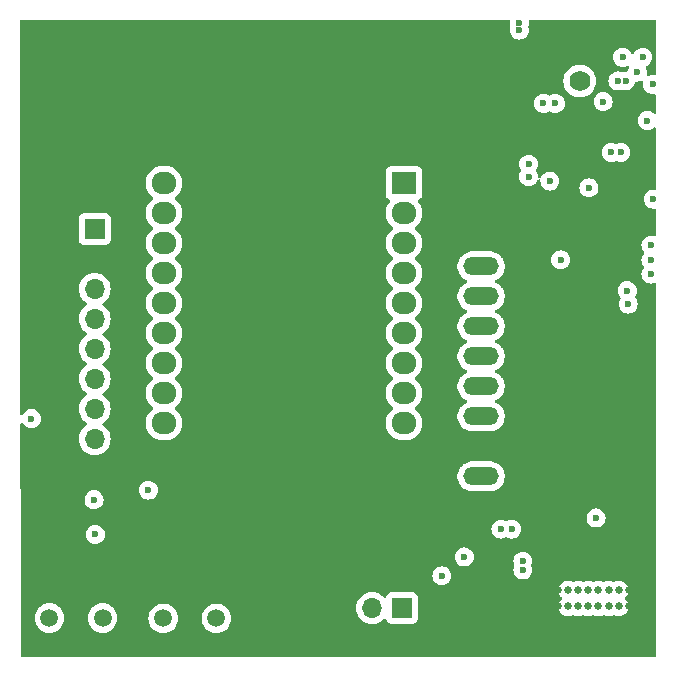
<source format=gbr>
%TF.GenerationSoftware,KiCad,Pcbnew,8.0.0*%
%TF.CreationDate,2025-02-07T12:17:38-03:30*%
%TF.ProjectId,Detection_Eval,44657465-6374-4696-9f6e-5f4576616c2e,rev?*%
%TF.SameCoordinates,Original*%
%TF.FileFunction,Copper,L2,Inr*%
%TF.FilePolarity,Positive*%
%FSLAX46Y46*%
G04 Gerber Fmt 4.6, Leading zero omitted, Abs format (unit mm)*
G04 Created by KiCad (PCBNEW 8.0.0) date 2025-02-07 12:17:38*
%MOMM*%
%LPD*%
G01*
G04 APERTURE LIST*
%TA.AperFunction,ComponentPad*%
%ADD10O,1.700000X1.700000*%
%TD*%
%TA.AperFunction,ComponentPad*%
%ADD11R,1.700000X1.700000*%
%TD*%
%TA.AperFunction,ComponentPad*%
%ADD12C,0.650000*%
%TD*%
%TA.AperFunction,ComponentPad*%
%ADD13O,0.900000X1.700000*%
%TD*%
%TA.AperFunction,ComponentPad*%
%ADD14O,0.900000X2.400000*%
%TD*%
%TA.AperFunction,ComponentPad*%
%ADD15C,1.498600*%
%TD*%
%TA.AperFunction,ComponentPad*%
%ADD16C,1.803400*%
%TD*%
%TA.AperFunction,ComponentPad*%
%ADD17C,1.760000*%
%TD*%
%TA.AperFunction,ComponentPad*%
%ADD18R,2.100000X1.900000*%
%TD*%
%TA.AperFunction,ComponentPad*%
%ADD19O,2.100000X1.900000*%
%TD*%
%TA.AperFunction,ComponentPad*%
%ADD20O,3.000000X1.500000*%
%TD*%
%TA.AperFunction,ViaPad*%
%ADD21C,0.600000*%
%TD*%
G04 APERTURE END LIST*
D10*
%TO.N,BACKLIGHT*%
%TO.C,U5*%
X96300000Y-124010000D03*
%TO.N,RESET*%
X96300000Y-121470000D03*
%TO.N,DATA{slash}CMD_SEL*%
X96300000Y-118930000D03*
%TO.N,HSPI_CS*%
X96300000Y-116390000D03*
%TO.N,HSPI_CLK*%
X96300000Y-113850000D03*
%TO.N,HSPI_MOSI*%
X96300000Y-111310000D03*
%TO.N,GND*%
X96300000Y-108770000D03*
D11*
%TO.N,+3V3*%
X96300000Y-106230000D03*
%TD*%
D12*
%TO.N,GND*%
%TO.C,J1*%
X135560000Y-136840000D03*
%TO.N,VBUS*%
X136410000Y-136840000D03*
%TO.N,/Battery/CC1*%
X137260000Y-136840000D03*
%TO.N,/Battery/DP*%
X138110000Y-136840000D03*
%TO.N,/Battery/DN*%
X138960000Y-136840000D03*
%TO.N,unconnected-(J1-SBU1-PadA8)*%
X139810000Y-136840000D03*
%TO.N,VBUS*%
X140660000Y-136840000D03*
%TO.N,GND*%
X141510000Y-136840000D03*
X141510000Y-138190000D03*
%TO.N,VBUS*%
X140660000Y-138190000D03*
%TO.N,/Battery/CC2*%
X139810000Y-138190000D03*
%TO.N,/Battery/DP*%
X138960000Y-138190000D03*
%TO.N,/Battery/DN*%
X138110000Y-138190000D03*
%TO.N,unconnected-(J1-SBU2-PadB8)*%
X137260000Y-138190000D03*
%TO.N,VBUS*%
X136410000Y-138190000D03*
%TO.N,GND*%
X135560000Y-138190000D03*
D13*
X134210000Y-141200000D03*
X142860000Y-141200000D03*
D14*
X134210000Y-137820000D03*
X142860000Y-137820000D03*
%TD*%
D15*
%TO.N,Net-(C1-Pad2)*%
%TO.C,U9*%
X102109999Y-139200000D03*
%TO.N,+5V*%
X106610000Y-139200000D03*
D16*
%TO.N,GND*%
X100854999Y-136709701D03*
X107865000Y-136709701D03*
%TD*%
D17*
%TO.N,GND*%
%TO.C,BT2*%
X91500000Y-93700000D03*
%TO.N,Net-(BT2-PadP)*%
X137370000Y-93700000D03*
%TD*%
D15*
%TO.N,Net-(C2-Pad2)*%
%TO.C,U2*%
X92471749Y-139166699D03*
%TO.N,+5V*%
X96971750Y-139166699D03*
D16*
%TO.N,GND*%
X91216749Y-136676400D03*
X98226750Y-136676400D03*
%TD*%
D11*
%TO.N,Net-(U4-SIGNAL)*%
%TO.C,U4*%
X122335000Y-138325000D03*
D10*
%TO.N,+3V3*%
X119795000Y-138325000D03*
%TO.N,GND*%
X117255000Y-138325000D03*
%TD*%
D18*
%TO.N,unconnected-(U6-RESET_5V-Pad1)*%
%TO.C,U6*%
X122500000Y-102340000D03*
D19*
%TO.N,ECG*%
X122500000Y-104880000D03*
%TO.N,unconnected-(U6-CH_PD-Pad3)*%
X122500000Y-107420000D03*
%TO.N,RESET*%
X122500000Y-109960000D03*
%TO.N,HSPI_CLK*%
X122500000Y-112500000D03*
%TO.N,Net-(U6-GPIO12)*%
X122500000Y-115040000D03*
%TO.N,HSPI_MOSI*%
X122500000Y-117580000D03*
%TO.N,Net-(U6-VIN)*%
X122500000Y-120120000D03*
%TO.N,Net-(U6-VBAT)*%
X122500000Y-122660000D03*
%TO.N,GND*%
X122500000Y-125200000D03*
X102180000Y-125200000D03*
%TO.N,unconnected-(U6-LDO_EN-Pad12)*%
X102180000Y-122660000D03*
%TO.N,+3V3*%
X102180000Y-120120000D03*
%TO.N,HSPI_CS*%
X102180000Y-117580000D03*
%TO.N,DATA{slash}CMD_SEL*%
X102180000Y-115040000D03*
%TO.N,BACKLIGHT*%
X102180000Y-112500000D03*
%TO.N,SDA_ACCEL*%
X102180000Y-109960000D03*
%TO.N,SCL_ACCEL*%
X102180000Y-107420000D03*
%TO.N,unconnected-(U6-RXD-Pad19)*%
X102180000Y-104880000D03*
%TO.N,unconnected-(U6-TXD-Pad20)*%
X102180000Y-102340000D03*
%TD*%
D20*
%TO.N,unconnected-(U3-INT-Pad8)*%
%TO.C,U3*%
X129018400Y-109387400D03*
%TO.N,Net-(U3-ADO)*%
X129018400Y-111927400D03*
%TO.N,unconnected-(U3-XCL-Pad6)*%
X129018400Y-114467400D03*
%TO.N,unconnected-(U3-XDA-Pad5)*%
X129018400Y-117007400D03*
%TO.N,SDA_ACCEL*%
X129018400Y-119547400D03*
%TO.N,SCL_ACCEL*%
X129018400Y-122087400D03*
%TO.N,GND*%
X129018400Y-124627400D03*
%TO.N,+3V3*%
X129018400Y-127167400D03*
%TD*%
D21*
%TO.N,Net-(BT2-PadP)*%
X140850000Y-99750000D03*
X140050000Y-99750000D03*
%TO.N,+5V*%
X143400000Y-107600000D03*
%TO.N,Net-(U7-SW)*%
X132250000Y-89400000D03*
%TO.N,VDD*%
X133050000Y-101800000D03*
%TO.N,GND*%
X122950000Y-135650000D03*
%TO.N,VDD*%
X130700000Y-131650000D03*
X131600000Y-131650000D03*
%TO.N,VBUS*%
X132550000Y-134350000D03*
X132550000Y-135100000D03*
%TO.N,GND*%
X136000000Y-134800000D03*
X134800000Y-134700000D03*
X134850000Y-133800000D03*
%TO.N,VCC*%
X143550000Y-94000000D03*
%TO.N,Net-(U7-FB)*%
X143610000Y-103700000D03*
X142250000Y-92950000D03*
%TO.N,Net-(D1-K)*%
X135750000Y-108850000D03*
%TO.N,Net-(U6-VIN)*%
X141400000Y-111450000D03*
%TO.N,Net-(U6-VBAT)*%
X141470000Y-112600000D03*
%TO.N,Net-(U6-GPIO12)*%
X100850000Y-128350000D03*
%TO.N,ECG*%
X125700000Y-135600000D03*
%TO.N,FAILSAFE*%
X96250000Y-129150000D03*
X90950000Y-122300000D03*
%TO.N,Net-(U8-OUT)*%
X138150000Y-102747802D03*
X134836589Y-102172073D03*
%TO.N,VDD*%
X133050000Y-100750000D03*
%TO.N,+5V*%
X96350000Y-132100000D03*
%TO.N,/Battery/CC2*%
X138750000Y-130700000D03*
%TO.N,VCC*%
X135300000Y-95600000D03*
X134300000Y-95600000D03*
X143100000Y-97050000D03*
%TO.N,Net-(U7-SW)*%
X139350000Y-95450000D03*
X132250000Y-88800000D03*
%TO.N,+5V*%
X143400000Y-108850000D03*
X143400000Y-110050000D03*
X140600000Y-93700000D03*
X141250000Y-93700000D03*
%TO.N,Net-(D1-A)*%
X127600000Y-134000000D03*
%TO.N,GND*%
X140550000Y-115650000D03*
X140550000Y-114850000D03*
X140550000Y-114050000D03*
X90700000Y-129100000D03*
X94000000Y-134200000D03*
X93000000Y-134200000D03*
X143600000Y-133000000D03*
X143600000Y-131900000D03*
X143600000Y-130800000D03*
X128500000Y-138800000D03*
X128500000Y-137900000D03*
X128500000Y-137000000D03*
X128500000Y-136100000D03*
X139900000Y-89450000D03*
X139950000Y-88800000D03*
X140700000Y-104700000D03*
X140700000Y-105500000D03*
X140700000Y-103900000D03*
X136700000Y-106300000D03*
X135700000Y-106300000D03*
X143610000Y-98700000D03*
X139400000Y-96900000D03*
X128800000Y-106400000D03*
X128800000Y-105100000D03*
X128800000Y-103800000D03*
X129000000Y-102200000D03*
X129000000Y-100500000D03*
X128900000Y-98500000D03*
%TO.N,VCC*%
X141000000Y-91700000D03*
X142700000Y-91700000D03*
%TD*%
%TA.AperFunction,Conductor*%
%TO.N,GND*%
G36*
X131406463Y-88520185D02*
G01*
X131452218Y-88572989D01*
X131462644Y-88638383D01*
X131444435Y-88799996D01*
X131444435Y-88800003D01*
X131464631Y-88979253D01*
X131464631Y-88979254D01*
X131492551Y-89059047D01*
X131496112Y-89128826D01*
X131492551Y-89140953D01*
X131464631Y-89220745D01*
X131464631Y-89220746D01*
X131444435Y-89399996D01*
X131444435Y-89400003D01*
X131464630Y-89579249D01*
X131464631Y-89579254D01*
X131524211Y-89749523D01*
X131620184Y-89902262D01*
X131747738Y-90029816D01*
X131900478Y-90125789D01*
X132070745Y-90185368D01*
X132070750Y-90185369D01*
X132249996Y-90205565D01*
X132250000Y-90205565D01*
X132250004Y-90205565D01*
X132429249Y-90185369D01*
X132429252Y-90185368D01*
X132429255Y-90185368D01*
X132599522Y-90125789D01*
X132752262Y-90029816D01*
X132879816Y-89902262D01*
X132975789Y-89749522D01*
X133035368Y-89579255D01*
X133055565Y-89400000D01*
X133035368Y-89220745D01*
X133007446Y-89140951D01*
X133003884Y-89071177D01*
X133007440Y-89059066D01*
X133035368Y-88979255D01*
X133055565Y-88800000D01*
X133055565Y-88799996D01*
X133037356Y-88638383D01*
X133049411Y-88569561D01*
X133096760Y-88518182D01*
X133160576Y-88500500D01*
X143725702Y-88500500D01*
X143792741Y-88520185D01*
X143838496Y-88572989D01*
X143849701Y-88624611D01*
X143848526Y-89902262D01*
X143845593Y-93089097D01*
X143825847Y-93156118D01*
X143773001Y-93201825D01*
X143707710Y-93212203D01*
X143550004Y-93194435D01*
X143549996Y-93194435D01*
X143370750Y-93214630D01*
X143370742Y-93214632D01*
X143196850Y-93275479D01*
X143127071Y-93279040D01*
X143066444Y-93244311D01*
X143034217Y-93182317D01*
X143034924Y-93136212D01*
X143034589Y-93136175D01*
X143034978Y-93132721D01*
X143035007Y-93130837D01*
X143035369Y-93129250D01*
X143055565Y-92950003D01*
X143055565Y-92949996D01*
X143035369Y-92770750D01*
X143035368Y-92770745D01*
X143003911Y-92680846D01*
X142975789Y-92600478D01*
X142975787Y-92600475D01*
X142975787Y-92600474D01*
X142974634Y-92598079D01*
X142974353Y-92596375D01*
X142973489Y-92593905D01*
X142973921Y-92593753D01*
X142963279Y-92529138D01*
X142990999Y-92465002D01*
X143045406Y-92427229D01*
X143049522Y-92425789D01*
X143202262Y-92329816D01*
X143329816Y-92202262D01*
X143425789Y-92049522D01*
X143485368Y-91879255D01*
X143505565Y-91700000D01*
X143485368Y-91520745D01*
X143425789Y-91350478D01*
X143329816Y-91197738D01*
X143202262Y-91070184D01*
X143049523Y-90974211D01*
X142879254Y-90914631D01*
X142879249Y-90914630D01*
X142700004Y-90894435D01*
X142699996Y-90894435D01*
X142520750Y-90914630D01*
X142520745Y-90914631D01*
X142350476Y-90974211D01*
X142197737Y-91070184D01*
X142070184Y-91197737D01*
X141974209Y-91350479D01*
X141967041Y-91370966D01*
X141926319Y-91427741D01*
X141861366Y-91453488D01*
X141792804Y-91440031D01*
X141742402Y-91391643D01*
X141732959Y-91370966D01*
X141725790Y-91350479D01*
X141629815Y-91197737D01*
X141502262Y-91070184D01*
X141349523Y-90974211D01*
X141179254Y-90914631D01*
X141179249Y-90914630D01*
X141000004Y-90894435D01*
X140999996Y-90894435D01*
X140820750Y-90914630D01*
X140820745Y-90914631D01*
X140650476Y-90974211D01*
X140497737Y-91070184D01*
X140370184Y-91197737D01*
X140274211Y-91350476D01*
X140214631Y-91520745D01*
X140214630Y-91520750D01*
X140194435Y-91699996D01*
X140194435Y-91700003D01*
X140214630Y-91879249D01*
X140214631Y-91879254D01*
X140274211Y-92049523D01*
X140350902Y-92171575D01*
X140370184Y-92202262D01*
X140497738Y-92329816D01*
X140541251Y-92357157D01*
X140642633Y-92420860D01*
X140650478Y-92425789D01*
X140788617Y-92474126D01*
X140820745Y-92485368D01*
X140820750Y-92485369D01*
X140999996Y-92505565D01*
X141000000Y-92505565D01*
X141000004Y-92505565D01*
X141179249Y-92485369D01*
X141179252Y-92485368D01*
X141179255Y-92485368D01*
X141349522Y-92425789D01*
X141359534Y-92419497D01*
X141426770Y-92400495D01*
X141493606Y-92420860D01*
X141538822Y-92474126D01*
X141548062Y-92543382D01*
X141530506Y-92590457D01*
X141524211Y-92600475D01*
X141464631Y-92770747D01*
X141464630Y-92770751D01*
X141462062Y-92793546D01*
X141434994Y-92857959D01*
X141377398Y-92897513D01*
X141324959Y-92902880D01*
X141250004Y-92894435D01*
X141249996Y-92894435D01*
X141070747Y-92914631D01*
X140965954Y-92951299D01*
X140896175Y-92954860D01*
X140884046Y-92951299D01*
X140779252Y-92914631D01*
X140600004Y-92894435D01*
X140599996Y-92894435D01*
X140420750Y-92914630D01*
X140420745Y-92914631D01*
X140250476Y-92974211D01*
X140097737Y-93070184D01*
X139970184Y-93197737D01*
X139874211Y-93350476D01*
X139814631Y-93520745D01*
X139814630Y-93520750D01*
X139794435Y-93699996D01*
X139794435Y-93700003D01*
X139814630Y-93879249D01*
X139814631Y-93879254D01*
X139874211Y-94049523D01*
X139937210Y-94149784D01*
X139970184Y-94202262D01*
X140097738Y-94329816D01*
X140250478Y-94425789D01*
X140420745Y-94485368D01*
X140420750Y-94485369D01*
X140599996Y-94505565D01*
X140600000Y-94505565D01*
X140600004Y-94505565D01*
X140779249Y-94485369D01*
X140779250Y-94485368D01*
X140779255Y-94485368D01*
X140884048Y-94448698D01*
X140953823Y-94445136D01*
X140965932Y-94448692D01*
X141070745Y-94485368D01*
X141070749Y-94485368D01*
X141070751Y-94485369D01*
X141070748Y-94485369D01*
X141249996Y-94505565D01*
X141250000Y-94505565D01*
X141250004Y-94505565D01*
X141429249Y-94485369D01*
X141429252Y-94485368D01*
X141429255Y-94485368D01*
X141599522Y-94425789D01*
X141752262Y-94329816D01*
X141879816Y-94202262D01*
X141975789Y-94049522D01*
X142035368Y-93879255D01*
X142037936Y-93856456D01*
X142065002Y-93792043D01*
X142122596Y-93752487D01*
X142175039Y-93747119D01*
X142212710Y-93751363D01*
X142249998Y-93755565D01*
X142250000Y-93755565D01*
X142250004Y-93755565D01*
X142429249Y-93735369D01*
X142429251Y-93735368D01*
X142429255Y-93735368D01*
X142429258Y-93735366D01*
X142429262Y-93735366D01*
X142603148Y-93674521D01*
X142672927Y-93670959D01*
X142733554Y-93705687D01*
X142765782Y-93767681D01*
X142765077Y-93813787D01*
X142765411Y-93813825D01*
X142765024Y-93817251D01*
X142764996Y-93819145D01*
X142764631Y-93820741D01*
X142744435Y-93999996D01*
X142744435Y-94000003D01*
X142764630Y-94179249D01*
X142764631Y-94179254D01*
X142824211Y-94349523D01*
X142877524Y-94434369D01*
X142920184Y-94502262D01*
X143047738Y-94629816D01*
X143138080Y-94686582D01*
X143197966Y-94724211D01*
X143200478Y-94725789D01*
X143370745Y-94785368D01*
X143370750Y-94785369D01*
X143549996Y-94805565D01*
X143550000Y-94805565D01*
X143550004Y-94805565D01*
X143706034Y-94787985D01*
X143774856Y-94800040D01*
X143826235Y-94847389D01*
X143843917Y-94911319D01*
X143842583Y-96361257D01*
X143822837Y-96428278D01*
X143769991Y-96473985D01*
X143700823Y-96483865D01*
X143637294Y-96454781D01*
X143630902Y-96448824D01*
X143602262Y-96420184D01*
X143449523Y-96324211D01*
X143279254Y-96264631D01*
X143279249Y-96264630D01*
X143100004Y-96244435D01*
X143099996Y-96244435D01*
X142920750Y-96264630D01*
X142920745Y-96264631D01*
X142750476Y-96324211D01*
X142597737Y-96420184D01*
X142470184Y-96547737D01*
X142374211Y-96700476D01*
X142314631Y-96870745D01*
X142314630Y-96870750D01*
X142294435Y-97049996D01*
X142294435Y-97050003D01*
X142314630Y-97229249D01*
X142314631Y-97229254D01*
X142374211Y-97399523D01*
X142470184Y-97552262D01*
X142597738Y-97679816D01*
X142750478Y-97775789D01*
X142920745Y-97835368D01*
X142920750Y-97835369D01*
X143099996Y-97855565D01*
X143100000Y-97855565D01*
X143100004Y-97855565D01*
X143279249Y-97835369D01*
X143279252Y-97835368D01*
X143279255Y-97835368D01*
X143449522Y-97775789D01*
X143602262Y-97679816D01*
X143629635Y-97652442D01*
X143690954Y-97618959D01*
X143760646Y-97623943D01*
X143816580Y-97665813D01*
X143840998Y-97731277D01*
X143841314Y-97740239D01*
X143836676Y-102781333D01*
X143816930Y-102848354D01*
X143764084Y-102894061D01*
X143698793Y-102904439D01*
X143610004Y-102894435D01*
X143609996Y-102894435D01*
X143430750Y-102914630D01*
X143430745Y-102914631D01*
X143260476Y-102974211D01*
X143107737Y-103070184D01*
X142980184Y-103197737D01*
X142884211Y-103350476D01*
X142824631Y-103520745D01*
X142824630Y-103520750D01*
X142804435Y-103699996D01*
X142804435Y-103700003D01*
X142824630Y-103879249D01*
X142824631Y-103879254D01*
X142884211Y-104049523D01*
X142928351Y-104119771D01*
X142980184Y-104202262D01*
X143107738Y-104329816D01*
X143260478Y-104425789D01*
X143310499Y-104443292D01*
X143430745Y-104485368D01*
X143430750Y-104485369D01*
X143609996Y-104505565D01*
X143610000Y-104505565D01*
X143610003Y-104505565D01*
X143697102Y-104495751D01*
X143765924Y-104507805D01*
X143817304Y-104555154D01*
X143834986Y-104619085D01*
X143833045Y-106728789D01*
X143813299Y-106795810D01*
X143760453Y-106841517D01*
X143691285Y-106851397D01*
X143668090Y-106845716D01*
X143579262Y-106814633D01*
X143579249Y-106814630D01*
X143400004Y-106794435D01*
X143399996Y-106794435D01*
X143220750Y-106814630D01*
X143220745Y-106814631D01*
X143050476Y-106874211D01*
X142897737Y-106970184D01*
X142770184Y-107097737D01*
X142674211Y-107250476D01*
X142614631Y-107420745D01*
X142614630Y-107420750D01*
X142594435Y-107599996D01*
X142594435Y-107600003D01*
X142614630Y-107779249D01*
X142614631Y-107779254D01*
X142674211Y-107949523D01*
X142770184Y-108102262D01*
X142805241Y-108137319D01*
X142838726Y-108198642D01*
X142833742Y-108268334D01*
X142805241Y-108312681D01*
X142770184Y-108347737D01*
X142674211Y-108500476D01*
X142614631Y-108670745D01*
X142614630Y-108670750D01*
X142594435Y-108849996D01*
X142594435Y-108850003D01*
X142614630Y-109029249D01*
X142614631Y-109029254D01*
X142674211Y-109199523D01*
X142770184Y-109352262D01*
X142780241Y-109362319D01*
X142813726Y-109423642D01*
X142808742Y-109493334D01*
X142780241Y-109537681D01*
X142770184Y-109547737D01*
X142674211Y-109700476D01*
X142614631Y-109870745D01*
X142614630Y-109870750D01*
X142594435Y-110049996D01*
X142594435Y-110050003D01*
X142614630Y-110229249D01*
X142614631Y-110229254D01*
X142674211Y-110399523D01*
X142766428Y-110546284D01*
X142770184Y-110552262D01*
X142897738Y-110679816D01*
X143050478Y-110775789D01*
X143177352Y-110820184D01*
X143220745Y-110835368D01*
X143220750Y-110835369D01*
X143399996Y-110855565D01*
X143400000Y-110855565D01*
X143400004Y-110855565D01*
X143579249Y-110835369D01*
X143579252Y-110835368D01*
X143579255Y-110835368D01*
X143579256Y-110835367D01*
X143579259Y-110835367D01*
X143622648Y-110820184D01*
X143664233Y-110805632D01*
X143734010Y-110802070D01*
X143794638Y-110836798D01*
X143826865Y-110898791D01*
X143829187Y-110922788D01*
X143800252Y-142375614D01*
X143780506Y-142442635D01*
X143727660Y-142488342D01*
X143676252Y-142499500D01*
X90173493Y-142499500D01*
X90106454Y-142479815D01*
X90060699Y-142427011D01*
X90049493Y-142375729D01*
X90045802Y-140378912D01*
X90043561Y-139166699D01*
X91217175Y-139166699D01*
X91236234Y-139384548D01*
X91236236Y-139384558D01*
X91292832Y-139595781D01*
X91292834Y-139595785D01*
X91292835Y-139595789D01*
X91330005Y-139675500D01*
X91385255Y-139793985D01*
X91385256Y-139793986D01*
X91510690Y-139973124D01*
X91665324Y-140127758D01*
X91844462Y-140253192D01*
X92042659Y-140345613D01*
X92253895Y-140402213D01*
X92428178Y-140417461D01*
X92471748Y-140421273D01*
X92471749Y-140421273D01*
X92471750Y-140421273D01*
X92508058Y-140418096D01*
X92689603Y-140402213D01*
X92900839Y-140345613D01*
X93099036Y-140253192D01*
X93278174Y-140127758D01*
X93432808Y-139973124D01*
X93558242Y-139793986D01*
X93650663Y-139595789D01*
X93707263Y-139384553D01*
X93726323Y-139166699D01*
X95717176Y-139166699D01*
X95736235Y-139384548D01*
X95736237Y-139384558D01*
X95792833Y-139595781D01*
X95792835Y-139595785D01*
X95792836Y-139595789D01*
X95830006Y-139675500D01*
X95885256Y-139793985D01*
X95885257Y-139793986D01*
X96010691Y-139973124D01*
X96165325Y-140127758D01*
X96344463Y-140253192D01*
X96542660Y-140345613D01*
X96753896Y-140402213D01*
X96928179Y-140417461D01*
X96971749Y-140421273D01*
X96971750Y-140421273D01*
X96971751Y-140421273D01*
X97008059Y-140418096D01*
X97189604Y-140402213D01*
X97400840Y-140345613D01*
X97599037Y-140253192D01*
X97778175Y-140127758D01*
X97932809Y-139973124D01*
X98058243Y-139793986D01*
X98150664Y-139595789D01*
X98207264Y-139384553D01*
X98223411Y-139200000D01*
X100855425Y-139200000D01*
X100874484Y-139417849D01*
X100874486Y-139417859D01*
X100931082Y-139629082D01*
X100931084Y-139629086D01*
X100931085Y-139629090D01*
X100955132Y-139680659D01*
X101023505Y-139827286D01*
X101023506Y-139827287D01*
X101148940Y-140006425D01*
X101303574Y-140161059D01*
X101482712Y-140286493D01*
X101680909Y-140378914D01*
X101892145Y-140435514D01*
X102066428Y-140450762D01*
X102109998Y-140454574D01*
X102109999Y-140454574D01*
X102110000Y-140454574D01*
X102146308Y-140451397D01*
X102327853Y-140435514D01*
X102539089Y-140378914D01*
X102737286Y-140286493D01*
X102916424Y-140161059D01*
X103071058Y-140006425D01*
X103196492Y-139827287D01*
X103288913Y-139629090D01*
X103345513Y-139417854D01*
X103364573Y-139200000D01*
X105355426Y-139200000D01*
X105374485Y-139417849D01*
X105374487Y-139417859D01*
X105431083Y-139629082D01*
X105431085Y-139629086D01*
X105431086Y-139629090D01*
X105455133Y-139680659D01*
X105523506Y-139827286D01*
X105523507Y-139827287D01*
X105648941Y-140006425D01*
X105803575Y-140161059D01*
X105982713Y-140286493D01*
X106180910Y-140378914D01*
X106392146Y-140435514D01*
X106566429Y-140450762D01*
X106609999Y-140454574D01*
X106610000Y-140454574D01*
X106610001Y-140454574D01*
X106646309Y-140451397D01*
X106827854Y-140435514D01*
X107039090Y-140378914D01*
X107237287Y-140286493D01*
X107416425Y-140161059D01*
X107571059Y-140006425D01*
X107696493Y-139827287D01*
X107788914Y-139629090D01*
X107845514Y-139417854D01*
X107864574Y-139200000D01*
X107845514Y-138982146D01*
X107788914Y-138770910D01*
X107696493Y-138572713D01*
X107571059Y-138393575D01*
X107502484Y-138325000D01*
X118439341Y-138325000D01*
X118459936Y-138560403D01*
X118459938Y-138560413D01*
X118521094Y-138788655D01*
X118521096Y-138788659D01*
X118521097Y-138788663D01*
X118577138Y-138908842D01*
X118620965Y-139002830D01*
X118620967Y-139002834D01*
X118729281Y-139157521D01*
X118756505Y-139196401D01*
X118923599Y-139363495D01*
X119001232Y-139417854D01*
X119117165Y-139499032D01*
X119117167Y-139499033D01*
X119117170Y-139499035D01*
X119331337Y-139598903D01*
X119559592Y-139660063D01*
X119736034Y-139675500D01*
X119794999Y-139680659D01*
X119795000Y-139680659D01*
X119795001Y-139680659D01*
X119853966Y-139675500D01*
X120030408Y-139660063D01*
X120258663Y-139598903D01*
X120472830Y-139499035D01*
X120666401Y-139363495D01*
X120788329Y-139241566D01*
X120849648Y-139208084D01*
X120919340Y-139213068D01*
X120975274Y-139254939D01*
X120992189Y-139285917D01*
X121041202Y-139417328D01*
X121041206Y-139417335D01*
X121127452Y-139532544D01*
X121127455Y-139532547D01*
X121242664Y-139618793D01*
X121242671Y-139618797D01*
X121377517Y-139669091D01*
X121377516Y-139669091D01*
X121384444Y-139669835D01*
X121437127Y-139675500D01*
X123232872Y-139675499D01*
X123292483Y-139669091D01*
X123427331Y-139618796D01*
X123542546Y-139532546D01*
X123628796Y-139417331D01*
X123679091Y-139282483D01*
X123685500Y-139222873D01*
X123685499Y-138190000D01*
X135579953Y-138190000D01*
X135598092Y-138362576D01*
X135598093Y-138362579D01*
X135651712Y-138527608D01*
X135738477Y-138677887D01*
X135738476Y-138677887D01*
X135738478Y-138677889D01*
X135854590Y-138806845D01*
X135984999Y-138901593D01*
X135994976Y-138908842D01*
X136153495Y-138979420D01*
X136153501Y-138979422D01*
X136323236Y-139015500D01*
X136323237Y-139015500D01*
X136496762Y-139015500D01*
X136496764Y-139015500D01*
X136666499Y-138979422D01*
X136666501Y-138979420D01*
X136666504Y-138979420D01*
X136784564Y-138926856D01*
X136853814Y-138917571D01*
X136885436Y-138926856D01*
X137003495Y-138979420D01*
X137003501Y-138979422D01*
X137173236Y-139015500D01*
X137173237Y-139015500D01*
X137346762Y-139015500D01*
X137346764Y-139015500D01*
X137516499Y-138979422D01*
X137516501Y-138979420D01*
X137516504Y-138979420D01*
X137634564Y-138926856D01*
X137703814Y-138917571D01*
X137735436Y-138926856D01*
X137853495Y-138979420D01*
X137853501Y-138979422D01*
X138023236Y-139015500D01*
X138023237Y-139015500D01*
X138196762Y-139015500D01*
X138196764Y-139015500D01*
X138366499Y-138979422D01*
X138366501Y-138979420D01*
X138366504Y-138979420D01*
X138484564Y-138926856D01*
X138553814Y-138917571D01*
X138585436Y-138926856D01*
X138703495Y-138979420D01*
X138703501Y-138979422D01*
X138873236Y-139015500D01*
X138873237Y-139015500D01*
X139046762Y-139015500D01*
X139046764Y-139015500D01*
X139216499Y-138979422D01*
X139216501Y-138979420D01*
X139216504Y-138979420D01*
X139334564Y-138926856D01*
X139403814Y-138917571D01*
X139435436Y-138926856D01*
X139553495Y-138979420D01*
X139553501Y-138979422D01*
X139723236Y-139015500D01*
X139723237Y-139015500D01*
X139896762Y-139015500D01*
X139896764Y-139015500D01*
X140066499Y-138979422D01*
X140066501Y-138979420D01*
X140066504Y-138979420D01*
X140184564Y-138926856D01*
X140253814Y-138917571D01*
X140285436Y-138926856D01*
X140403495Y-138979420D01*
X140403501Y-138979422D01*
X140573236Y-139015500D01*
X140573237Y-139015500D01*
X140746762Y-139015500D01*
X140746764Y-139015500D01*
X140916499Y-138979422D01*
X140916501Y-138979420D01*
X140916504Y-138979420D01*
X140985189Y-138948839D01*
X141075024Y-138908842D01*
X141215410Y-138806845D01*
X141331522Y-138677889D01*
X141418286Y-138527611D01*
X141471908Y-138362576D01*
X141490047Y-138190000D01*
X141471908Y-138017424D01*
X141421196Y-137861344D01*
X141418287Y-137852391D01*
X141418286Y-137852389D01*
X141331522Y-137702111D01*
X141237754Y-137597971D01*
X141207525Y-137534980D01*
X141216150Y-137465645D01*
X141237755Y-137432028D01*
X141331522Y-137327889D01*
X141418286Y-137177611D01*
X141471908Y-137012576D01*
X141490047Y-136840000D01*
X141471908Y-136667424D01*
X141418286Y-136502389D01*
X141331522Y-136352111D01*
X141215410Y-136223155D01*
X141075024Y-136121158D01*
X141075023Y-136121157D01*
X140916504Y-136050579D01*
X140916498Y-136050577D01*
X140782841Y-136022168D01*
X140746764Y-136014500D01*
X140573236Y-136014500D01*
X140543483Y-136020824D01*
X140403501Y-136050577D01*
X140403500Y-136050577D01*
X140285434Y-136103144D01*
X140216184Y-136112428D01*
X140184564Y-136103144D01*
X140066500Y-136050578D01*
X140066498Y-136050577D01*
X139932841Y-136022168D01*
X139896764Y-136014500D01*
X139723236Y-136014500D01*
X139693483Y-136020824D01*
X139553501Y-136050577D01*
X139553500Y-136050577D01*
X139435434Y-136103144D01*
X139366184Y-136112428D01*
X139334564Y-136103144D01*
X139216500Y-136050578D01*
X139216498Y-136050577D01*
X139082841Y-136022168D01*
X139046764Y-136014500D01*
X138873236Y-136014500D01*
X138843483Y-136020824D01*
X138703501Y-136050577D01*
X138703500Y-136050577D01*
X138585434Y-136103144D01*
X138516184Y-136112428D01*
X138484564Y-136103144D01*
X138366500Y-136050578D01*
X138366498Y-136050577D01*
X138232841Y-136022168D01*
X138196764Y-136014500D01*
X138023236Y-136014500D01*
X137993483Y-136020824D01*
X137853501Y-136050577D01*
X137853500Y-136050577D01*
X137735434Y-136103144D01*
X137666184Y-136112428D01*
X137634564Y-136103144D01*
X137516500Y-136050578D01*
X137516498Y-136050577D01*
X137382841Y-136022168D01*
X137346764Y-136014500D01*
X137173236Y-136014500D01*
X137143483Y-136020824D01*
X137003501Y-136050577D01*
X137003500Y-136050577D01*
X136885434Y-136103144D01*
X136816184Y-136112428D01*
X136784564Y-136103144D01*
X136666500Y-136050578D01*
X136666498Y-136050577D01*
X136532841Y-136022168D01*
X136496764Y-136014500D01*
X136323236Y-136014500D01*
X136293483Y-136020824D01*
X136153501Y-136050577D01*
X136153496Y-136050579D01*
X135994977Y-136121157D01*
X135994972Y-136121160D01*
X135854591Y-136223153D01*
X135854589Y-136223155D01*
X135738477Y-136352112D01*
X135651712Y-136502391D01*
X135598093Y-136667420D01*
X135598092Y-136667424D01*
X135579953Y-136840000D01*
X135598092Y-137012576D01*
X135598093Y-137012579D01*
X135651712Y-137177608D01*
X135651714Y-137177611D01*
X135738478Y-137327889D01*
X135771067Y-137364083D01*
X135832244Y-137432028D01*
X135862474Y-137495020D01*
X135853848Y-137564355D01*
X135832244Y-137597972D01*
X135738477Y-137702112D01*
X135651712Y-137852391D01*
X135598093Y-138017420D01*
X135598092Y-138017424D01*
X135579953Y-138190000D01*
X123685499Y-138190000D01*
X123685499Y-137427128D01*
X123679091Y-137367517D01*
X123677810Y-137364083D01*
X123628797Y-137232671D01*
X123628793Y-137232664D01*
X123542547Y-137117455D01*
X123542544Y-137117452D01*
X123427335Y-137031206D01*
X123427328Y-137031202D01*
X123292482Y-136980908D01*
X123292483Y-136980908D01*
X123232883Y-136974501D01*
X123232881Y-136974500D01*
X123232873Y-136974500D01*
X123232864Y-136974500D01*
X121437129Y-136974500D01*
X121437123Y-136974501D01*
X121377516Y-136980908D01*
X121242671Y-137031202D01*
X121242664Y-137031206D01*
X121127455Y-137117452D01*
X121127452Y-137117455D01*
X121041206Y-137232664D01*
X121041203Y-137232669D01*
X120992189Y-137364083D01*
X120950317Y-137420016D01*
X120884853Y-137444433D01*
X120816580Y-137429581D01*
X120788326Y-137408430D01*
X120666402Y-137286506D01*
X120666395Y-137286501D01*
X120472834Y-137150967D01*
X120472830Y-137150965D01*
X120472828Y-137150964D01*
X120258663Y-137051097D01*
X120258659Y-137051096D01*
X120258655Y-137051094D01*
X120030413Y-136989938D01*
X120030403Y-136989936D01*
X119795001Y-136969341D01*
X119794999Y-136969341D01*
X119559596Y-136989936D01*
X119559586Y-136989938D01*
X119331344Y-137051094D01*
X119331335Y-137051098D01*
X119117171Y-137150964D01*
X119117169Y-137150965D01*
X118923597Y-137286505D01*
X118756505Y-137453597D01*
X118620965Y-137647169D01*
X118620964Y-137647171D01*
X118521098Y-137861335D01*
X118521094Y-137861344D01*
X118459938Y-138089586D01*
X118459936Y-138089596D01*
X118439341Y-138324999D01*
X118439341Y-138325000D01*
X107502484Y-138325000D01*
X107416425Y-138238941D01*
X107237287Y-138113507D01*
X107237288Y-138113507D01*
X107237286Y-138113506D01*
X107138188Y-138067296D01*
X107039090Y-138021086D01*
X107039086Y-138021085D01*
X107039082Y-138021083D01*
X106827859Y-137964487D01*
X106827849Y-137964485D01*
X106610001Y-137945426D01*
X106609999Y-137945426D01*
X106392150Y-137964485D01*
X106392140Y-137964487D01*
X106180917Y-138021083D01*
X106180908Y-138021087D01*
X105982713Y-138113506D01*
X105873470Y-138190000D01*
X105803575Y-138238941D01*
X105803573Y-138238942D01*
X105803570Y-138238945D01*
X105648945Y-138393570D01*
X105523506Y-138572713D01*
X105431087Y-138770908D01*
X105431083Y-138770917D01*
X105374487Y-138982140D01*
X105374485Y-138982150D01*
X105355426Y-139199999D01*
X105355426Y-139200000D01*
X103364573Y-139200000D01*
X103345513Y-138982146D01*
X103288913Y-138770910D01*
X103196492Y-138572713D01*
X103071058Y-138393575D01*
X102916424Y-138238941D01*
X102737286Y-138113507D01*
X102737287Y-138113507D01*
X102737285Y-138113506D01*
X102638187Y-138067296D01*
X102539089Y-138021086D01*
X102539085Y-138021085D01*
X102539081Y-138021083D01*
X102327858Y-137964487D01*
X102327848Y-137964485D01*
X102110000Y-137945426D01*
X102109998Y-137945426D01*
X101892149Y-137964485D01*
X101892139Y-137964487D01*
X101680916Y-138021083D01*
X101680907Y-138021087D01*
X101482712Y-138113506D01*
X101373469Y-138190000D01*
X101303574Y-138238941D01*
X101303572Y-138238942D01*
X101303569Y-138238945D01*
X101148944Y-138393570D01*
X101023505Y-138572713D01*
X100931086Y-138770908D01*
X100931082Y-138770917D01*
X100874486Y-138982140D01*
X100874484Y-138982150D01*
X100855425Y-139199999D01*
X100855425Y-139200000D01*
X98223411Y-139200000D01*
X98226324Y-139166699D01*
X98207264Y-138948845D01*
X98150664Y-138737609D01*
X98058243Y-138539412D01*
X97932809Y-138360274D01*
X97778175Y-138205640D01*
X97634864Y-138105292D01*
X97599036Y-138080205D01*
X97472254Y-138021086D01*
X97400840Y-137987785D01*
X97400836Y-137987784D01*
X97400832Y-137987782D01*
X97189609Y-137931186D01*
X97189599Y-137931184D01*
X96971751Y-137912125D01*
X96971749Y-137912125D01*
X96753900Y-137931184D01*
X96753890Y-137931186D01*
X96542667Y-137987782D01*
X96542658Y-137987786D01*
X96344463Y-138080205D01*
X96224951Y-138163889D01*
X96165325Y-138205640D01*
X96165323Y-138205641D01*
X96165320Y-138205644D01*
X96010695Y-138360269D01*
X96010692Y-138360272D01*
X96010691Y-138360274D01*
X95968940Y-138419900D01*
X95885256Y-138539412D01*
X95792837Y-138737607D01*
X95792833Y-138737616D01*
X95736237Y-138948839D01*
X95736235Y-138948849D01*
X95717176Y-139166698D01*
X95717176Y-139166699D01*
X93726323Y-139166699D01*
X93707263Y-138948845D01*
X93650663Y-138737609D01*
X93558242Y-138539412D01*
X93432808Y-138360274D01*
X93278174Y-138205640D01*
X93134863Y-138105292D01*
X93099035Y-138080205D01*
X92972253Y-138021086D01*
X92900839Y-137987785D01*
X92900835Y-137987784D01*
X92900831Y-137987782D01*
X92689608Y-137931186D01*
X92689598Y-137931184D01*
X92471750Y-137912125D01*
X92471748Y-137912125D01*
X92253899Y-137931184D01*
X92253889Y-137931186D01*
X92042666Y-137987782D01*
X92042657Y-137987786D01*
X91844462Y-138080205D01*
X91724950Y-138163889D01*
X91665324Y-138205640D01*
X91665322Y-138205641D01*
X91665319Y-138205644D01*
X91510694Y-138360269D01*
X91510691Y-138360272D01*
X91510690Y-138360274D01*
X91468939Y-138419900D01*
X91385255Y-138539412D01*
X91292836Y-138737607D01*
X91292832Y-138737616D01*
X91236236Y-138948839D01*
X91236234Y-138948849D01*
X91217175Y-139166698D01*
X91217175Y-139166699D01*
X90043561Y-139166699D01*
X90036968Y-135600003D01*
X124894435Y-135600003D01*
X124914630Y-135779249D01*
X124914631Y-135779254D01*
X124974211Y-135949523D01*
X125015039Y-136014500D01*
X125070184Y-136102262D01*
X125197738Y-136229816D01*
X125350478Y-136325789D01*
X125425702Y-136352111D01*
X125520745Y-136385368D01*
X125520750Y-136385369D01*
X125699996Y-136405565D01*
X125700000Y-136405565D01*
X125700004Y-136405565D01*
X125879249Y-136385369D01*
X125879252Y-136385368D01*
X125879255Y-136385368D01*
X126049522Y-136325789D01*
X126202262Y-136229816D01*
X126329816Y-136102262D01*
X126425789Y-135949522D01*
X126485368Y-135779255D01*
X126485369Y-135779249D01*
X126505565Y-135600003D01*
X126505565Y-135599996D01*
X126485369Y-135420750D01*
X126485368Y-135420745D01*
X126425789Y-135250478D01*
X126331239Y-135100003D01*
X131744435Y-135100003D01*
X131764630Y-135279249D01*
X131764631Y-135279254D01*
X131824211Y-135449523D01*
X131918760Y-135599996D01*
X131920184Y-135602262D01*
X132047738Y-135729816D01*
X132200478Y-135825789D01*
X132370745Y-135885368D01*
X132370750Y-135885369D01*
X132549996Y-135905565D01*
X132550000Y-135905565D01*
X132550004Y-135905565D01*
X132729249Y-135885369D01*
X132729252Y-135885368D01*
X132729255Y-135885368D01*
X132899522Y-135825789D01*
X133052262Y-135729816D01*
X133179816Y-135602262D01*
X133275789Y-135449522D01*
X133335368Y-135279255D01*
X133335369Y-135279249D01*
X133355565Y-135100003D01*
X133355565Y-135099996D01*
X133335369Y-134920750D01*
X133335366Y-134920737D01*
X133281205Y-134765955D01*
X133277643Y-134696176D01*
X133281205Y-134684045D01*
X133335366Y-134529262D01*
X133335369Y-134529249D01*
X133355565Y-134350003D01*
X133355565Y-134349996D01*
X133335369Y-134170750D01*
X133335368Y-134170745D01*
X133275788Y-134000476D01*
X133179815Y-133847737D01*
X133052262Y-133720184D01*
X132899523Y-133624211D01*
X132729254Y-133564631D01*
X132729249Y-133564630D01*
X132550004Y-133544435D01*
X132549996Y-133544435D01*
X132370750Y-133564630D01*
X132370745Y-133564631D01*
X132200476Y-133624211D01*
X132047737Y-133720184D01*
X131920184Y-133847737D01*
X131824211Y-134000476D01*
X131764631Y-134170745D01*
X131764630Y-134170750D01*
X131744435Y-134349996D01*
X131744435Y-134350003D01*
X131764630Y-134529249D01*
X131764632Y-134529257D01*
X131818795Y-134684046D01*
X131822356Y-134753824D01*
X131818795Y-134765954D01*
X131764632Y-134920742D01*
X131764630Y-134920750D01*
X131744435Y-135099996D01*
X131744435Y-135100003D01*
X126331239Y-135100003D01*
X126329816Y-135097738D01*
X126202262Y-134970184D01*
X126049523Y-134874211D01*
X125879254Y-134814631D01*
X125879249Y-134814630D01*
X125700004Y-134794435D01*
X125699996Y-134794435D01*
X125520750Y-134814630D01*
X125520745Y-134814631D01*
X125350476Y-134874211D01*
X125197737Y-134970184D01*
X125070184Y-135097737D01*
X124974211Y-135250476D01*
X124914631Y-135420745D01*
X124914630Y-135420750D01*
X124894435Y-135599996D01*
X124894435Y-135600003D01*
X90036968Y-135600003D01*
X90034011Y-134000003D01*
X126794435Y-134000003D01*
X126814630Y-134179249D01*
X126814631Y-134179254D01*
X126874211Y-134349523D01*
X126874511Y-134350000D01*
X126970184Y-134502262D01*
X127097738Y-134629816D01*
X127250478Y-134725789D01*
X127365263Y-134765954D01*
X127420745Y-134785368D01*
X127420750Y-134785369D01*
X127599996Y-134805565D01*
X127600000Y-134805565D01*
X127600004Y-134805565D01*
X127779249Y-134785369D01*
X127779252Y-134785368D01*
X127779255Y-134785368D01*
X127949522Y-134725789D01*
X128102262Y-134629816D01*
X128229816Y-134502262D01*
X128325789Y-134349522D01*
X128385368Y-134179255D01*
X128385369Y-134179249D01*
X128405565Y-134000003D01*
X128405565Y-133999996D01*
X128385369Y-133820750D01*
X128385368Y-133820745D01*
X128325788Y-133650476D01*
X128229815Y-133497737D01*
X128102262Y-133370184D01*
X127949523Y-133274211D01*
X127779254Y-133214631D01*
X127779249Y-133214630D01*
X127600004Y-133194435D01*
X127599996Y-133194435D01*
X127420750Y-133214630D01*
X127420745Y-133214631D01*
X127250476Y-133274211D01*
X127097737Y-133370184D01*
X126970184Y-133497737D01*
X126874211Y-133650476D01*
X126814631Y-133820745D01*
X126814630Y-133820750D01*
X126794435Y-133999996D01*
X126794435Y-134000003D01*
X90034011Y-134000003D01*
X90030499Y-132100003D01*
X95544435Y-132100003D01*
X95564630Y-132279249D01*
X95564631Y-132279254D01*
X95624211Y-132449523D01*
X95720184Y-132602262D01*
X95847738Y-132729816D01*
X96000478Y-132825789D01*
X96170745Y-132885368D01*
X96170750Y-132885369D01*
X96349996Y-132905565D01*
X96350000Y-132905565D01*
X96350004Y-132905565D01*
X96529249Y-132885369D01*
X96529252Y-132885368D01*
X96529255Y-132885368D01*
X96699522Y-132825789D01*
X96852262Y-132729816D01*
X96979816Y-132602262D01*
X97075789Y-132449522D01*
X97135368Y-132279255D01*
X97155565Y-132100000D01*
X97144244Y-131999523D01*
X97135369Y-131920750D01*
X97135368Y-131920745D01*
X97075788Y-131750476D01*
X97012656Y-131650003D01*
X129894435Y-131650003D01*
X129914630Y-131829249D01*
X129914631Y-131829254D01*
X129974211Y-131999523D01*
X130037347Y-132100003D01*
X130070184Y-132152262D01*
X130197738Y-132279816D01*
X130350478Y-132375789D01*
X130520745Y-132435368D01*
X130520750Y-132435369D01*
X130699996Y-132455565D01*
X130700000Y-132455565D01*
X130700004Y-132455565D01*
X130879249Y-132435369D01*
X130879252Y-132435368D01*
X130879255Y-132435368D01*
X131049522Y-132375789D01*
X131084027Y-132354108D01*
X131151263Y-132335107D01*
X131215973Y-132354108D01*
X131250475Y-132375788D01*
X131420745Y-132435368D01*
X131420750Y-132435369D01*
X131599996Y-132455565D01*
X131600000Y-132455565D01*
X131600004Y-132455565D01*
X131779249Y-132435369D01*
X131779252Y-132435368D01*
X131779255Y-132435368D01*
X131949522Y-132375789D01*
X132102262Y-132279816D01*
X132229816Y-132152262D01*
X132325789Y-131999522D01*
X132385368Y-131829255D01*
X132394244Y-131750478D01*
X132405565Y-131650003D01*
X132405565Y-131649996D01*
X132385369Y-131470750D01*
X132385368Y-131470745D01*
X132336054Y-131329815D01*
X132325789Y-131300478D01*
X132229816Y-131147738D01*
X132102262Y-131020184D01*
X132049999Y-130987345D01*
X131949523Y-130924211D01*
X131779254Y-130864631D01*
X131779249Y-130864630D01*
X131600004Y-130844435D01*
X131599996Y-130844435D01*
X131420750Y-130864630D01*
X131420737Y-130864633D01*
X131250480Y-130924209D01*
X131215970Y-130945893D01*
X131148733Y-130964892D01*
X131084030Y-130945893D01*
X131049519Y-130924209D01*
X130879262Y-130864633D01*
X130879249Y-130864630D01*
X130700004Y-130844435D01*
X130699996Y-130844435D01*
X130520750Y-130864630D01*
X130520745Y-130864631D01*
X130350476Y-130924211D01*
X130197737Y-131020184D01*
X130070184Y-131147737D01*
X129974211Y-131300476D01*
X129914631Y-131470745D01*
X129914630Y-131470750D01*
X129894435Y-131649996D01*
X129894435Y-131650003D01*
X97012656Y-131650003D01*
X96979815Y-131597737D01*
X96852262Y-131470184D01*
X96699523Y-131374211D01*
X96529254Y-131314631D01*
X96529249Y-131314630D01*
X96350004Y-131294435D01*
X96349996Y-131294435D01*
X96170750Y-131314630D01*
X96170745Y-131314631D01*
X96000476Y-131374211D01*
X95847737Y-131470184D01*
X95720184Y-131597737D01*
X95624211Y-131750476D01*
X95564631Y-131920745D01*
X95564630Y-131920750D01*
X95544435Y-132099996D01*
X95544435Y-132100003D01*
X90030499Y-132100003D01*
X90027911Y-130700003D01*
X137944435Y-130700003D01*
X137964630Y-130879249D01*
X137964631Y-130879254D01*
X138024211Y-131049523D01*
X138085924Y-131147738D01*
X138120184Y-131202262D01*
X138247738Y-131329816D01*
X138400478Y-131425789D01*
X138527352Y-131470184D01*
X138570745Y-131485368D01*
X138570750Y-131485369D01*
X138749996Y-131505565D01*
X138750000Y-131505565D01*
X138750004Y-131505565D01*
X138929249Y-131485369D01*
X138929252Y-131485368D01*
X138929255Y-131485368D01*
X139099522Y-131425789D01*
X139252262Y-131329816D01*
X139379816Y-131202262D01*
X139475789Y-131049522D01*
X139535368Y-130879255D01*
X139535369Y-130879249D01*
X139555565Y-130700003D01*
X139555565Y-130699996D01*
X139535369Y-130520750D01*
X139535368Y-130520745D01*
X139475788Y-130350476D01*
X139379815Y-130197737D01*
X139252262Y-130070184D01*
X139099523Y-129974211D01*
X138929254Y-129914631D01*
X138929249Y-129914630D01*
X138750004Y-129894435D01*
X138749996Y-129894435D01*
X138570750Y-129914630D01*
X138570745Y-129914631D01*
X138400476Y-129974211D01*
X138247737Y-130070184D01*
X138120184Y-130197737D01*
X138024211Y-130350476D01*
X137964631Y-130520745D01*
X137964630Y-130520750D01*
X137944435Y-130699996D01*
X137944435Y-130700003D01*
X90027911Y-130700003D01*
X90025046Y-129150003D01*
X95444435Y-129150003D01*
X95464630Y-129329249D01*
X95464631Y-129329254D01*
X95524211Y-129499523D01*
X95620184Y-129652262D01*
X95747738Y-129779816D01*
X95900478Y-129875789D01*
X96011479Y-129914630D01*
X96070745Y-129935368D01*
X96070750Y-129935369D01*
X96249996Y-129955565D01*
X96250000Y-129955565D01*
X96250004Y-129955565D01*
X96429249Y-129935369D01*
X96429252Y-129935368D01*
X96429255Y-129935368D01*
X96599522Y-129875789D01*
X96752262Y-129779816D01*
X96879816Y-129652262D01*
X96975789Y-129499522D01*
X97035368Y-129329255D01*
X97055565Y-129150000D01*
X97053916Y-129135369D01*
X97035369Y-128970750D01*
X97035368Y-128970745D01*
X96975788Y-128800476D01*
X96879815Y-128647737D01*
X96752262Y-128520184D01*
X96599523Y-128424211D01*
X96429254Y-128364631D01*
X96429249Y-128364630D01*
X96299424Y-128350003D01*
X100044435Y-128350003D01*
X100064630Y-128529249D01*
X100064631Y-128529254D01*
X100124211Y-128699523D01*
X100187646Y-128800478D01*
X100220184Y-128852262D01*
X100347738Y-128979816D01*
X100500478Y-129075789D01*
X100670745Y-129135368D01*
X100670750Y-129135369D01*
X100849996Y-129155565D01*
X100850000Y-129155565D01*
X100850004Y-129155565D01*
X101029249Y-129135369D01*
X101029252Y-129135368D01*
X101029255Y-129135368D01*
X101199522Y-129075789D01*
X101352262Y-128979816D01*
X101479816Y-128852262D01*
X101575789Y-128699522D01*
X101635368Y-128529255D01*
X101651384Y-128387109D01*
X101655565Y-128350003D01*
X101655565Y-128349996D01*
X101635369Y-128170750D01*
X101635368Y-128170745D01*
X101575788Y-128000476D01*
X101479815Y-127847737D01*
X101352262Y-127720184D01*
X101199523Y-127624211D01*
X101029254Y-127564631D01*
X101029249Y-127564630D01*
X100850004Y-127544435D01*
X100849996Y-127544435D01*
X100670750Y-127564630D01*
X100670745Y-127564631D01*
X100500476Y-127624211D01*
X100347737Y-127720184D01*
X100220184Y-127847737D01*
X100124211Y-128000476D01*
X100064631Y-128170745D01*
X100064630Y-128170750D01*
X100044435Y-128349996D01*
X100044435Y-128350003D01*
X96299424Y-128350003D01*
X96250004Y-128344435D01*
X96249996Y-128344435D01*
X96070750Y-128364630D01*
X96070745Y-128364631D01*
X95900476Y-128424211D01*
X95747737Y-128520184D01*
X95620184Y-128647737D01*
X95524211Y-128800476D01*
X95464631Y-128970745D01*
X95464630Y-128970750D01*
X95444435Y-129149996D01*
X95444435Y-129150003D01*
X90025046Y-129150003D01*
X90021563Y-127265822D01*
X127017900Y-127265822D01*
X127048690Y-127460226D01*
X127109517Y-127647429D01*
X127146588Y-127720184D01*
X127198876Y-127822805D01*
X127314572Y-127982046D01*
X127453754Y-128121228D01*
X127612995Y-128236924D01*
X127695855Y-128279143D01*
X127788370Y-128326282D01*
X127788372Y-128326282D01*
X127788375Y-128326284D01*
X127844238Y-128344435D01*
X127975573Y-128387109D01*
X128169978Y-128417900D01*
X128169983Y-128417900D01*
X129866822Y-128417900D01*
X130061226Y-128387109D01*
X130248425Y-128326284D01*
X130423805Y-128236924D01*
X130583046Y-128121228D01*
X130722228Y-127982046D01*
X130837924Y-127822805D01*
X130927284Y-127647425D01*
X130988109Y-127460226D01*
X131018900Y-127265822D01*
X131018900Y-127068977D01*
X130988109Y-126874573D01*
X130927282Y-126687370D01*
X130837923Y-126511994D01*
X130722228Y-126352754D01*
X130583046Y-126213572D01*
X130423805Y-126097876D01*
X130248429Y-126008517D01*
X130061226Y-125947690D01*
X129866822Y-125916900D01*
X129866817Y-125916900D01*
X128169983Y-125916900D01*
X128169978Y-125916900D01*
X127975573Y-125947690D01*
X127788370Y-126008517D01*
X127612994Y-126097876D01*
X127522141Y-126163885D01*
X127453754Y-126213572D01*
X127453752Y-126213574D01*
X127453751Y-126213574D01*
X127314574Y-126352751D01*
X127314574Y-126352752D01*
X127314572Y-126352754D01*
X127264885Y-126421141D01*
X127198876Y-126511994D01*
X127109517Y-126687370D01*
X127048690Y-126874573D01*
X127017900Y-127068977D01*
X127017900Y-127265822D01*
X90021563Y-127265822D01*
X90015545Y-124010000D01*
X94944341Y-124010000D01*
X94964936Y-124245403D01*
X94964938Y-124245413D01*
X95026094Y-124473655D01*
X95026096Y-124473659D01*
X95026097Y-124473663D01*
X95125965Y-124687830D01*
X95125967Y-124687834D01*
X95234281Y-124842521D01*
X95261505Y-124881401D01*
X95428599Y-125048495D01*
X95525384Y-125116265D01*
X95622165Y-125184032D01*
X95622167Y-125184033D01*
X95622170Y-125184035D01*
X95836337Y-125283903D01*
X96064592Y-125345063D01*
X96252918Y-125361539D01*
X96299999Y-125365659D01*
X96300000Y-125365659D01*
X96300001Y-125365659D01*
X96339234Y-125362226D01*
X96535408Y-125345063D01*
X96763663Y-125283903D01*
X96977830Y-125184035D01*
X97171401Y-125048495D01*
X97338495Y-124881401D01*
X97474035Y-124687830D01*
X97573903Y-124473663D01*
X97635063Y-124245408D01*
X97655659Y-124010000D01*
X97635063Y-123774592D01*
X97573903Y-123546337D01*
X97474035Y-123332171D01*
X97456487Y-123307109D01*
X97338494Y-123138597D01*
X97171402Y-122971506D01*
X97171396Y-122971501D01*
X96985842Y-122841575D01*
X96942217Y-122786998D01*
X96940888Y-122774162D01*
X100629500Y-122774162D01*
X100665215Y-122999660D01*
X100735770Y-123216803D01*
X100839421Y-123420228D01*
X100973621Y-123604937D01*
X101135063Y-123766379D01*
X101319772Y-123900579D01*
X101415884Y-123949550D01*
X101523196Y-124004229D01*
X101523198Y-124004229D01*
X101523201Y-124004231D01*
X101639592Y-124042049D01*
X101740339Y-124074784D01*
X101965838Y-124110500D01*
X101965843Y-124110500D01*
X102394162Y-124110500D01*
X102619660Y-124074784D01*
X102836799Y-124004231D01*
X103040228Y-123900579D01*
X103224937Y-123766379D01*
X103386379Y-123604937D01*
X103520579Y-123420228D01*
X103624231Y-123216799D01*
X103694784Y-122999660D01*
X103705846Y-122929816D01*
X103730500Y-122774162D01*
X120949500Y-122774162D01*
X120985215Y-122999660D01*
X121055770Y-123216803D01*
X121159421Y-123420228D01*
X121293621Y-123604937D01*
X121455063Y-123766379D01*
X121639772Y-123900579D01*
X121735884Y-123949550D01*
X121843196Y-124004229D01*
X121843198Y-124004229D01*
X121843201Y-124004231D01*
X121959592Y-124042049D01*
X122060339Y-124074784D01*
X122285838Y-124110500D01*
X122285843Y-124110500D01*
X122714162Y-124110500D01*
X122939660Y-124074784D01*
X123156799Y-124004231D01*
X123360228Y-123900579D01*
X123544937Y-123766379D01*
X123706379Y-123604937D01*
X123840579Y-123420228D01*
X123944231Y-123216799D01*
X124014784Y-122999660D01*
X124025846Y-122929816D01*
X124050500Y-122774162D01*
X124050500Y-122545837D01*
X124014784Y-122320339D01*
X123971076Y-122185822D01*
X127017900Y-122185822D01*
X127048690Y-122380226D01*
X127109517Y-122567429D01*
X127197447Y-122740000D01*
X127198876Y-122742805D01*
X127314572Y-122902046D01*
X127453754Y-123041228D01*
X127612995Y-123156924D01*
X127695855Y-123199143D01*
X127788370Y-123246282D01*
X127788372Y-123246282D01*
X127788375Y-123246284D01*
X127888717Y-123278887D01*
X127975573Y-123307109D01*
X128169978Y-123337900D01*
X128169983Y-123337900D01*
X129866822Y-123337900D01*
X130061226Y-123307109D01*
X130248425Y-123246284D01*
X130423805Y-123156924D01*
X130583046Y-123041228D01*
X130722228Y-122902046D01*
X130837924Y-122742805D01*
X130927284Y-122567425D01*
X130988109Y-122380226D01*
X131000815Y-122300003D01*
X131018900Y-122185822D01*
X131018900Y-121988977D01*
X130988109Y-121794573D01*
X130927282Y-121607370D01*
X130880028Y-121514630D01*
X130837924Y-121431995D01*
X130722228Y-121272754D01*
X130583046Y-121133572D01*
X130488579Y-121064937D01*
X130423803Y-121017874D01*
X130247187Y-120927885D01*
X130196390Y-120879911D01*
X130179595Y-120812090D01*
X130202132Y-120745955D01*
X130247187Y-120706915D01*
X130423803Y-120616925D01*
X130423802Y-120616925D01*
X130423805Y-120616924D01*
X130583046Y-120501228D01*
X130722228Y-120362046D01*
X130837924Y-120202805D01*
X130927284Y-120027425D01*
X130988109Y-119840226D01*
X130997594Y-119780339D01*
X131018900Y-119645822D01*
X131018900Y-119448977D01*
X130988109Y-119254573D01*
X130927282Y-119067370D01*
X130837923Y-118891994D01*
X130825305Y-118874627D01*
X130722228Y-118732754D01*
X130583046Y-118593572D01*
X130488579Y-118524937D01*
X130423803Y-118477874D01*
X130247187Y-118387885D01*
X130196390Y-118339911D01*
X130179595Y-118272090D01*
X130202132Y-118205955D01*
X130247187Y-118166915D01*
X130423803Y-118076925D01*
X130423802Y-118076925D01*
X130423805Y-118076924D01*
X130583046Y-117961228D01*
X130722228Y-117822046D01*
X130837924Y-117662805D01*
X130927284Y-117487425D01*
X130988109Y-117300226D01*
X130997594Y-117240339D01*
X131018900Y-117105822D01*
X131018900Y-116908977D01*
X130988109Y-116714573D01*
X130927282Y-116527370D01*
X130837923Y-116351994D01*
X130825305Y-116334627D01*
X130722228Y-116192754D01*
X130583046Y-116053572D01*
X130488579Y-115984937D01*
X130423803Y-115937874D01*
X130247187Y-115847885D01*
X130196390Y-115799911D01*
X130179595Y-115732090D01*
X130202132Y-115665955D01*
X130247187Y-115626915D01*
X130423803Y-115536925D01*
X130423802Y-115536925D01*
X130423805Y-115536924D01*
X130583046Y-115421228D01*
X130722228Y-115282046D01*
X130837924Y-115122805D01*
X130927284Y-114947425D01*
X130988109Y-114760226D01*
X130997594Y-114700339D01*
X131018900Y-114565822D01*
X131018900Y-114368977D01*
X130988109Y-114174573D01*
X130927282Y-113987370D01*
X130837923Y-113811994D01*
X130825305Y-113794627D01*
X130722228Y-113652754D01*
X130583046Y-113513572D01*
X130488579Y-113444937D01*
X130423803Y-113397874D01*
X130247187Y-113307885D01*
X130196390Y-113259911D01*
X130179595Y-113192090D01*
X130202132Y-113125955D01*
X130247187Y-113086915D01*
X130423803Y-112996925D01*
X130423802Y-112996925D01*
X130423805Y-112996924D01*
X130583046Y-112881228D01*
X130722228Y-112742046D01*
X130837924Y-112582805D01*
X130927284Y-112407425D01*
X130988109Y-112220226D01*
X130997594Y-112160339D01*
X131018900Y-112025822D01*
X131018900Y-111828977D01*
X130988109Y-111634573D01*
X130928138Y-111450003D01*
X140594435Y-111450003D01*
X140614630Y-111629249D01*
X140614631Y-111629254D01*
X140674211Y-111799523D01*
X140770184Y-111952262D01*
X140799384Y-111981462D01*
X140832869Y-112042785D01*
X140827885Y-112112477D01*
X140816697Y-112135114D01*
X140744212Y-112250474D01*
X140684631Y-112420745D01*
X140684630Y-112420750D01*
X140664435Y-112599996D01*
X140664435Y-112600003D01*
X140684630Y-112779249D01*
X140684631Y-112779254D01*
X140744211Y-112949523D01*
X140811620Y-113056803D01*
X140840184Y-113102262D01*
X140967738Y-113229816D01*
X141120478Y-113325789D01*
X141290745Y-113385368D01*
X141290750Y-113385369D01*
X141469996Y-113405565D01*
X141470000Y-113405565D01*
X141470004Y-113405565D01*
X141649249Y-113385369D01*
X141649252Y-113385368D01*
X141649255Y-113385368D01*
X141819522Y-113325789D01*
X141972262Y-113229816D01*
X142099816Y-113102262D01*
X142195789Y-112949522D01*
X142255368Y-112779255D01*
X142255369Y-112779249D01*
X142275565Y-112600003D01*
X142275565Y-112599996D01*
X142255369Y-112420750D01*
X142255368Y-112420745D01*
X142195788Y-112250476D01*
X142099815Y-112097737D01*
X142070615Y-112068537D01*
X142037130Y-112007214D01*
X142042114Y-111937522D01*
X142053302Y-111914884D01*
X142107277Y-111828983D01*
X142125789Y-111799522D01*
X142185368Y-111629255D01*
X142185369Y-111629249D01*
X142205565Y-111450003D01*
X142205565Y-111449996D01*
X142185369Y-111270750D01*
X142185368Y-111270745D01*
X142155369Y-111185013D01*
X142125789Y-111100478D01*
X142029816Y-110947738D01*
X141902262Y-110820184D01*
X141831608Y-110775789D01*
X141749523Y-110724211D01*
X141579254Y-110664631D01*
X141579249Y-110664630D01*
X141400004Y-110644435D01*
X141399996Y-110644435D01*
X141220750Y-110664630D01*
X141220745Y-110664631D01*
X141050476Y-110724211D01*
X140897737Y-110820184D01*
X140770184Y-110947737D01*
X140674211Y-111100476D01*
X140614631Y-111270745D01*
X140614630Y-111270750D01*
X140594435Y-111449996D01*
X140594435Y-111450003D01*
X130928138Y-111450003D01*
X130928137Y-111450000D01*
X130927284Y-111447375D01*
X130927282Y-111447372D01*
X130927282Y-111447370D01*
X130837923Y-111271994D01*
X130825305Y-111254627D01*
X130722228Y-111112754D01*
X130583046Y-110973572D01*
X130488579Y-110904937D01*
X130423803Y-110857874D01*
X130247187Y-110767885D01*
X130196390Y-110719911D01*
X130179595Y-110652090D01*
X130202132Y-110585955D01*
X130247187Y-110546915D01*
X130423803Y-110456925D01*
X130423802Y-110456925D01*
X130423805Y-110456924D01*
X130583046Y-110341228D01*
X130722228Y-110202046D01*
X130837924Y-110042805D01*
X130927284Y-109867425D01*
X130988109Y-109680226D01*
X131004650Y-109575789D01*
X131018900Y-109485822D01*
X131018900Y-109288977D01*
X130988109Y-109094573D01*
X130927282Y-108907370D01*
X130898052Y-108850003D01*
X134944435Y-108850003D01*
X134964630Y-109029249D01*
X134964631Y-109029254D01*
X135024211Y-109199523D01*
X135080419Y-109288977D01*
X135120184Y-109352262D01*
X135247738Y-109479816D01*
X135269252Y-109493334D01*
X135355833Y-109547737D01*
X135400478Y-109575789D01*
X135570745Y-109635368D01*
X135570750Y-109635369D01*
X135749996Y-109655565D01*
X135750000Y-109655565D01*
X135750004Y-109655565D01*
X135929249Y-109635369D01*
X135929252Y-109635368D01*
X135929255Y-109635368D01*
X136099522Y-109575789D01*
X136252262Y-109479816D01*
X136379816Y-109352262D01*
X136475789Y-109199522D01*
X136535368Y-109029255D01*
X136536967Y-109015063D01*
X136555565Y-108850003D01*
X136555565Y-108849996D01*
X136535369Y-108670750D01*
X136535368Y-108670745D01*
X136526364Y-108645013D01*
X136475789Y-108500478D01*
X136379816Y-108347738D01*
X136252262Y-108220184D01*
X136217978Y-108198642D01*
X136099523Y-108124211D01*
X135929254Y-108064631D01*
X135929249Y-108064630D01*
X135750004Y-108044435D01*
X135749996Y-108044435D01*
X135570750Y-108064630D01*
X135570745Y-108064631D01*
X135400476Y-108124211D01*
X135247737Y-108220184D01*
X135120184Y-108347737D01*
X135024211Y-108500476D01*
X134964631Y-108670745D01*
X134964630Y-108670750D01*
X134944435Y-108849996D01*
X134944435Y-108850003D01*
X130898052Y-108850003D01*
X130837923Y-108731994D01*
X130825305Y-108714627D01*
X130722228Y-108572754D01*
X130583046Y-108433572D01*
X130423805Y-108317876D01*
X130413609Y-108312681D01*
X130248429Y-108228517D01*
X130061226Y-108167690D01*
X129866822Y-108136900D01*
X129866817Y-108136900D01*
X128169983Y-108136900D01*
X128169978Y-108136900D01*
X127975573Y-108167690D01*
X127788370Y-108228517D01*
X127612994Y-108317876D01*
X127548221Y-108364937D01*
X127453754Y-108433572D01*
X127453752Y-108433574D01*
X127453751Y-108433574D01*
X127314574Y-108572751D01*
X127314574Y-108572752D01*
X127314572Y-108572754D01*
X127264885Y-108641141D01*
X127198876Y-108731994D01*
X127109517Y-108907370D01*
X127048690Y-109094573D01*
X127017900Y-109288977D01*
X127017900Y-109485822D01*
X127048690Y-109680226D01*
X127109517Y-109867429D01*
X127164296Y-109974938D01*
X127198876Y-110042805D01*
X127314572Y-110202046D01*
X127453754Y-110341228D01*
X127612995Y-110456924D01*
X127730507Y-110516799D01*
X127789613Y-110546915D01*
X127840409Y-110594889D01*
X127857204Y-110662710D01*
X127834667Y-110728845D01*
X127789613Y-110767885D01*
X127612994Y-110857876D01*
X127548221Y-110904937D01*
X127453754Y-110973572D01*
X127453752Y-110973574D01*
X127453751Y-110973574D01*
X127314574Y-111112751D01*
X127314574Y-111112752D01*
X127314572Y-111112754D01*
X127264885Y-111181141D01*
X127198876Y-111271994D01*
X127109517Y-111447370D01*
X127048690Y-111634573D01*
X127017900Y-111828977D01*
X127017900Y-112025822D01*
X127048690Y-112220226D01*
X127109517Y-112407429D01*
X127197447Y-112580000D01*
X127198876Y-112582805D01*
X127314572Y-112742046D01*
X127453754Y-112881228D01*
X127612995Y-112996924D01*
X127730507Y-113056799D01*
X127789613Y-113086915D01*
X127840409Y-113134889D01*
X127857204Y-113202710D01*
X127834667Y-113268845D01*
X127789613Y-113307885D01*
X127612994Y-113397876D01*
X127548221Y-113444937D01*
X127453754Y-113513572D01*
X127453752Y-113513574D01*
X127453751Y-113513574D01*
X127314574Y-113652751D01*
X127314574Y-113652752D01*
X127314572Y-113652754D01*
X127264885Y-113721141D01*
X127198876Y-113811994D01*
X127109517Y-113987370D01*
X127048690Y-114174573D01*
X127017900Y-114368977D01*
X127017900Y-114565822D01*
X127048690Y-114760226D01*
X127109517Y-114947429D01*
X127197447Y-115120000D01*
X127198876Y-115122805D01*
X127314572Y-115282046D01*
X127453754Y-115421228D01*
X127612995Y-115536924D01*
X127730507Y-115596799D01*
X127789613Y-115626915D01*
X127840409Y-115674889D01*
X127857204Y-115742710D01*
X127834667Y-115808845D01*
X127789613Y-115847885D01*
X127612994Y-115937876D01*
X127548221Y-115984937D01*
X127453754Y-116053572D01*
X127453752Y-116053574D01*
X127453751Y-116053574D01*
X127314574Y-116192751D01*
X127314574Y-116192752D01*
X127314572Y-116192754D01*
X127264885Y-116261141D01*
X127198876Y-116351994D01*
X127109517Y-116527370D01*
X127048690Y-116714573D01*
X127017900Y-116908977D01*
X127017900Y-117105822D01*
X127048690Y-117300226D01*
X127109517Y-117487429D01*
X127197447Y-117660000D01*
X127198876Y-117662805D01*
X127314572Y-117822046D01*
X127453754Y-117961228D01*
X127612995Y-118076924D01*
X127730507Y-118136799D01*
X127789613Y-118166915D01*
X127840409Y-118214889D01*
X127857204Y-118282710D01*
X127834667Y-118348845D01*
X127789613Y-118387885D01*
X127612994Y-118477876D01*
X127548221Y-118524937D01*
X127453754Y-118593572D01*
X127453752Y-118593574D01*
X127453751Y-118593574D01*
X127314574Y-118732751D01*
X127314574Y-118732752D01*
X127314572Y-118732754D01*
X127264885Y-118801141D01*
X127198876Y-118891994D01*
X127109517Y-119067370D01*
X127048690Y-119254573D01*
X127017900Y-119448977D01*
X127017900Y-119645822D01*
X127048690Y-119840226D01*
X127109517Y-120027429D01*
X127197447Y-120200000D01*
X127198876Y-120202805D01*
X127314572Y-120362046D01*
X127453754Y-120501228D01*
X127612995Y-120616924D01*
X127730507Y-120676799D01*
X127789613Y-120706915D01*
X127840409Y-120754889D01*
X127857204Y-120822710D01*
X127834667Y-120888845D01*
X127789613Y-120927885D01*
X127612994Y-121017876D01*
X127548221Y-121064937D01*
X127453754Y-121133572D01*
X127453752Y-121133574D01*
X127453751Y-121133574D01*
X127314574Y-121272751D01*
X127314574Y-121272752D01*
X127314572Y-121272754D01*
X127264885Y-121341141D01*
X127198876Y-121431994D01*
X127109517Y-121607370D01*
X127048690Y-121794573D01*
X127017900Y-121988977D01*
X127017900Y-122185822D01*
X123971076Y-122185822D01*
X123944229Y-122103196D01*
X123866414Y-121950476D01*
X123840579Y-121899772D01*
X123706379Y-121715063D01*
X123544937Y-121553621D01*
X123457807Y-121490317D01*
X123415143Y-121434988D01*
X123409164Y-121365374D01*
X123441770Y-121303579D01*
X123457807Y-121289683D01*
X123544937Y-121226379D01*
X123706379Y-121064937D01*
X123840579Y-120880228D01*
X123944231Y-120676799D01*
X124014784Y-120459660D01*
X124030244Y-120362048D01*
X124050500Y-120234162D01*
X124050500Y-120005837D01*
X124014784Y-119780339D01*
X123944229Y-119563196D01*
X123886031Y-119448977D01*
X123840579Y-119359772D01*
X123706379Y-119175063D01*
X123544937Y-119013621D01*
X123457807Y-118950317D01*
X123415143Y-118894988D01*
X123409164Y-118825374D01*
X123441770Y-118763579D01*
X123457807Y-118749683D01*
X123544937Y-118686379D01*
X123706379Y-118524937D01*
X123840579Y-118340228D01*
X123944231Y-118136799D01*
X124014784Y-117919660D01*
X124030244Y-117822048D01*
X124050500Y-117694162D01*
X124050500Y-117465837D01*
X124014784Y-117240339D01*
X123944229Y-117023196D01*
X123886031Y-116908977D01*
X123840579Y-116819772D01*
X123706379Y-116635063D01*
X123544937Y-116473621D01*
X123457807Y-116410317D01*
X123415143Y-116354988D01*
X123409164Y-116285374D01*
X123441770Y-116223579D01*
X123457807Y-116209683D01*
X123544937Y-116146379D01*
X123706379Y-115984937D01*
X123840579Y-115800228D01*
X123944231Y-115596799D01*
X124014784Y-115379660D01*
X124030244Y-115282048D01*
X124050500Y-115154162D01*
X124050500Y-114925837D01*
X124014784Y-114700339D01*
X123944229Y-114483196D01*
X123886031Y-114368977D01*
X123840579Y-114279772D01*
X123706379Y-114095063D01*
X123544937Y-113933621D01*
X123457807Y-113870317D01*
X123415143Y-113814988D01*
X123409164Y-113745374D01*
X123441770Y-113683579D01*
X123457807Y-113669683D01*
X123544937Y-113606379D01*
X123706379Y-113444937D01*
X123840579Y-113260228D01*
X123944231Y-113056799D01*
X124014784Y-112839660D01*
X124024351Y-112779255D01*
X124050500Y-112614162D01*
X124050500Y-112385837D01*
X124014784Y-112160339D01*
X123944229Y-111943196D01*
X123886031Y-111828977D01*
X123840579Y-111739772D01*
X123706379Y-111555063D01*
X123544937Y-111393621D01*
X123457807Y-111330317D01*
X123415143Y-111274988D01*
X123409164Y-111205374D01*
X123441770Y-111143579D01*
X123457807Y-111129683D01*
X123544937Y-111066379D01*
X123706379Y-110904937D01*
X123840579Y-110720228D01*
X123944231Y-110516799D01*
X124014784Y-110299660D01*
X124030244Y-110202048D01*
X124050500Y-110074162D01*
X124050500Y-109845837D01*
X124014784Y-109620339D01*
X123959437Y-109450000D01*
X123944231Y-109403201D01*
X123944229Y-109403198D01*
X123944229Y-109403196D01*
X123840578Y-109199771D01*
X123840397Y-109199522D01*
X123706379Y-109015063D01*
X123544937Y-108853621D01*
X123457807Y-108790317D01*
X123415143Y-108734988D01*
X123409164Y-108665374D01*
X123441770Y-108603579D01*
X123457807Y-108589683D01*
X123544937Y-108526379D01*
X123706379Y-108364937D01*
X123840579Y-108180228D01*
X123944231Y-107976799D01*
X124014784Y-107759660D01*
X124050500Y-107534162D01*
X124050500Y-107305837D01*
X124014784Y-107080339D01*
X123944229Y-106863196D01*
X123840578Y-106659771D01*
X123706379Y-106475063D01*
X123544937Y-106313621D01*
X123457807Y-106250317D01*
X123415143Y-106194988D01*
X123409164Y-106125374D01*
X123441770Y-106063579D01*
X123457807Y-106049683D01*
X123544937Y-105986379D01*
X123706379Y-105824937D01*
X123840579Y-105640228D01*
X123944231Y-105436799D01*
X124014784Y-105219660D01*
X124027771Y-105137664D01*
X124050500Y-104994162D01*
X124050500Y-104765837D01*
X124014784Y-104540339D01*
X123944229Y-104323196D01*
X123840578Y-104119771D01*
X123789539Y-104049523D01*
X123706379Y-103935063D01*
X123706377Y-103935061D01*
X123705581Y-103933965D01*
X123682101Y-103868159D01*
X123697926Y-103800105D01*
X123748032Y-103751410D01*
X123762562Y-103744898D01*
X123792331Y-103733796D01*
X123907546Y-103647546D01*
X123993796Y-103532331D01*
X124044091Y-103397483D01*
X124050500Y-103337873D01*
X124050499Y-101800003D01*
X132244435Y-101800003D01*
X132264630Y-101979249D01*
X132264631Y-101979254D01*
X132324211Y-102149523D01*
X132384543Y-102245540D01*
X132420184Y-102302262D01*
X132547738Y-102429816D01*
X132700478Y-102525789D01*
X132822688Y-102568552D01*
X132870745Y-102585368D01*
X132870750Y-102585369D01*
X133049996Y-102605565D01*
X133050000Y-102605565D01*
X133050004Y-102605565D01*
X133229249Y-102585369D01*
X133229252Y-102585368D01*
X133229255Y-102585368D01*
X133399522Y-102525789D01*
X133552262Y-102429816D01*
X133679816Y-102302262D01*
X133775789Y-102149522D01*
X133792506Y-102101746D01*
X133833227Y-102044970D01*
X133898179Y-102019222D01*
X133966741Y-102032677D01*
X134017144Y-102081064D01*
X134033387Y-102149019D01*
X134032769Y-102156579D01*
X134031024Y-102172071D01*
X134031024Y-102172076D01*
X134051219Y-102351322D01*
X134051220Y-102351327D01*
X134110800Y-102521596D01*
X134140305Y-102568552D01*
X134206773Y-102674335D01*
X134334327Y-102801889D01*
X134408276Y-102848354D01*
X134485381Y-102896803D01*
X134487067Y-102897862D01*
X134570499Y-102927056D01*
X134657334Y-102957441D01*
X134657339Y-102957442D01*
X134836585Y-102977638D01*
X134836589Y-102977638D01*
X134836593Y-102977638D01*
X135015838Y-102957442D01*
X135015841Y-102957441D01*
X135015844Y-102957441D01*
X135186111Y-102897862D01*
X135338851Y-102801889D01*
X135392935Y-102747805D01*
X137344435Y-102747805D01*
X137364630Y-102927051D01*
X137364631Y-102927056D01*
X137424211Y-103097325D01*
X137487305Y-103197737D01*
X137520184Y-103250064D01*
X137647738Y-103377618D01*
X137679353Y-103397483D01*
X137757165Y-103446376D01*
X137800478Y-103473591D01*
X137968339Y-103532328D01*
X137970745Y-103533170D01*
X137970750Y-103533171D01*
X138149996Y-103553367D01*
X138150000Y-103553367D01*
X138150004Y-103553367D01*
X138329249Y-103533171D01*
X138329252Y-103533170D01*
X138329255Y-103533170D01*
X138499522Y-103473591D01*
X138652262Y-103377618D01*
X138779816Y-103250064D01*
X138875789Y-103097324D01*
X138935368Y-102927057D01*
X138936768Y-102914630D01*
X138955565Y-102747805D01*
X138955565Y-102747798D01*
X138935369Y-102568552D01*
X138935368Y-102568547D01*
X138886824Y-102429816D01*
X138875789Y-102398280D01*
X138846286Y-102351327D01*
X138779815Y-102245539D01*
X138652262Y-102117986D01*
X138499523Y-102022013D01*
X138329254Y-101962433D01*
X138329249Y-101962432D01*
X138150004Y-101942237D01*
X138149996Y-101942237D01*
X137970750Y-101962432D01*
X137970745Y-101962433D01*
X137800476Y-102022013D01*
X137647737Y-102117986D01*
X137520184Y-102245539D01*
X137424211Y-102398278D01*
X137364631Y-102568547D01*
X137364630Y-102568552D01*
X137344435Y-102747798D01*
X137344435Y-102747805D01*
X135392935Y-102747805D01*
X135466405Y-102674335D01*
X135562378Y-102521595D01*
X135621957Y-102351328D01*
X135621958Y-102351322D01*
X135642154Y-102172076D01*
X135642154Y-102172069D01*
X135621958Y-101992823D01*
X135621957Y-101992818D01*
X135586331Y-101891006D01*
X135562378Y-101822551D01*
X135557939Y-101815487D01*
X135466404Y-101669810D01*
X135338851Y-101542257D01*
X135186112Y-101446284D01*
X135015843Y-101386704D01*
X135015838Y-101386703D01*
X134836593Y-101366508D01*
X134836585Y-101366508D01*
X134657339Y-101386703D01*
X134657334Y-101386704D01*
X134487065Y-101446284D01*
X134334326Y-101542257D01*
X134206773Y-101669810D01*
X134110797Y-101822553D01*
X134094081Y-101870327D01*
X134053359Y-101927103D01*
X133988406Y-101952850D01*
X133919845Y-101939393D01*
X133869442Y-101891006D01*
X133853201Y-101823050D01*
X133853820Y-101815487D01*
X133855565Y-101800001D01*
X133855565Y-101799996D01*
X133835369Y-101620750D01*
X133835368Y-101620745D01*
X133775788Y-101450475D01*
X133723027Y-101366508D01*
X133706981Y-101340971D01*
X133687981Y-101273736D01*
X133706982Y-101209027D01*
X133775788Y-101099524D01*
X133775824Y-101099421D01*
X133835368Y-100929255D01*
X133835823Y-100925216D01*
X133855565Y-100750003D01*
X133855565Y-100749996D01*
X133835369Y-100570750D01*
X133835368Y-100570745D01*
X133802088Y-100475637D01*
X133775789Y-100400478D01*
X133679816Y-100247738D01*
X133552262Y-100120184D01*
X133519379Y-100099522D01*
X133399523Y-100024211D01*
X133229254Y-99964631D01*
X133229249Y-99964630D01*
X133050004Y-99944435D01*
X133049996Y-99944435D01*
X132870750Y-99964630D01*
X132870745Y-99964631D01*
X132700476Y-100024211D01*
X132547737Y-100120184D01*
X132420184Y-100247737D01*
X132324211Y-100400476D01*
X132264631Y-100570745D01*
X132264630Y-100570750D01*
X132244435Y-100749996D01*
X132244435Y-100750003D01*
X132264630Y-100929249D01*
X132264631Y-100929254D01*
X132324211Y-101099523D01*
X132393018Y-101209028D01*
X132412018Y-101276265D01*
X132393018Y-101340972D01*
X132324211Y-101450476D01*
X132264631Y-101620745D01*
X132264630Y-101620750D01*
X132244435Y-101799996D01*
X132244435Y-101800003D01*
X124050499Y-101800003D01*
X124050499Y-101342128D01*
X124044091Y-101282517D01*
X124041759Y-101276265D01*
X123993797Y-101147671D01*
X123993793Y-101147664D01*
X123907547Y-101032455D01*
X123907544Y-101032452D01*
X123792335Y-100946206D01*
X123792328Y-100946202D01*
X123657482Y-100895908D01*
X123657483Y-100895908D01*
X123597883Y-100889501D01*
X123597881Y-100889500D01*
X123597873Y-100889500D01*
X123597864Y-100889500D01*
X121402129Y-100889500D01*
X121402123Y-100889501D01*
X121342516Y-100895908D01*
X121207671Y-100946202D01*
X121207664Y-100946206D01*
X121092455Y-101032452D01*
X121092452Y-101032455D01*
X121006206Y-101147664D01*
X121006202Y-101147671D01*
X120955908Y-101282517D01*
X120949624Y-101340972D01*
X120949501Y-101342123D01*
X120949500Y-101342135D01*
X120949500Y-103337870D01*
X120949501Y-103337876D01*
X120955908Y-103397483D01*
X121006202Y-103532328D01*
X121006206Y-103532335D01*
X121092452Y-103647544D01*
X121092455Y-103647547D01*
X121207664Y-103733793D01*
X121207669Y-103733796D01*
X121237432Y-103744896D01*
X121293366Y-103786767D01*
X121317784Y-103852230D01*
X121302933Y-103920504D01*
X121294418Y-103933964D01*
X121159423Y-104119768D01*
X121055770Y-104323196D01*
X120985215Y-104540339D01*
X120949500Y-104765837D01*
X120949500Y-104994162D01*
X120985215Y-105219660D01*
X121055770Y-105436803D01*
X121159421Y-105640228D01*
X121293621Y-105824937D01*
X121455063Y-105986379D01*
X121455069Y-105986383D01*
X121542191Y-106049683D01*
X121584857Y-106105013D01*
X121590835Y-106174627D01*
X121558228Y-106236421D01*
X121542191Y-106250317D01*
X121455069Y-106313616D01*
X121455060Y-106313623D01*
X121293622Y-106475061D01*
X121159421Y-106659771D01*
X121055770Y-106863196D01*
X120985215Y-107080339D01*
X120949500Y-107305837D01*
X120949500Y-107534162D01*
X120985215Y-107759660D01*
X121055770Y-107976803D01*
X121119695Y-108102262D01*
X121159421Y-108180228D01*
X121293621Y-108364937D01*
X121455063Y-108526379D01*
X121455069Y-108526383D01*
X121542191Y-108589683D01*
X121584857Y-108645013D01*
X121590835Y-108714627D01*
X121558228Y-108776421D01*
X121542191Y-108790317D01*
X121455069Y-108853616D01*
X121455060Y-108853623D01*
X121293622Y-109015061D01*
X121159421Y-109199771D01*
X121055770Y-109403196D01*
X120985215Y-109620339D01*
X120949500Y-109845837D01*
X120949500Y-110074162D01*
X120985215Y-110299660D01*
X121055770Y-110516803D01*
X121138830Y-110679816D01*
X121159421Y-110720228D01*
X121293621Y-110904937D01*
X121455063Y-111066379D01*
X121455069Y-111066383D01*
X121542191Y-111129683D01*
X121584857Y-111185013D01*
X121590835Y-111254627D01*
X121558228Y-111316421D01*
X121542191Y-111330317D01*
X121455069Y-111393616D01*
X121455060Y-111393623D01*
X121293622Y-111555061D01*
X121159421Y-111739771D01*
X121055770Y-111943196D01*
X120985215Y-112160339D01*
X120949500Y-112385837D01*
X120949500Y-112614162D01*
X120985215Y-112839660D01*
X121055770Y-113056803D01*
X121124703Y-113192090D01*
X121159421Y-113260228D01*
X121293621Y-113444937D01*
X121455063Y-113606379D01*
X121455069Y-113606383D01*
X121542191Y-113669683D01*
X121584857Y-113725013D01*
X121590835Y-113794627D01*
X121558228Y-113856421D01*
X121542191Y-113870317D01*
X121455069Y-113933616D01*
X121455060Y-113933623D01*
X121293622Y-114095061D01*
X121159421Y-114279771D01*
X121055770Y-114483196D01*
X120985215Y-114700339D01*
X120949500Y-114925837D01*
X120949500Y-115154162D01*
X120985215Y-115379660D01*
X121055770Y-115596803D01*
X121124703Y-115732090D01*
X121159421Y-115800228D01*
X121293621Y-115984937D01*
X121455063Y-116146379D01*
X121455069Y-116146383D01*
X121542191Y-116209683D01*
X121584857Y-116265013D01*
X121590835Y-116334627D01*
X121558228Y-116396421D01*
X121542191Y-116410317D01*
X121455069Y-116473616D01*
X121455060Y-116473623D01*
X121293622Y-116635061D01*
X121159421Y-116819771D01*
X121055770Y-117023196D01*
X120985215Y-117240339D01*
X120949500Y-117465837D01*
X120949500Y-117694162D01*
X120985215Y-117919660D01*
X121055770Y-118136803D01*
X121124703Y-118272090D01*
X121159421Y-118340228D01*
X121293621Y-118524937D01*
X121455063Y-118686379D01*
X121455069Y-118686383D01*
X121542191Y-118749683D01*
X121584857Y-118805013D01*
X121590835Y-118874627D01*
X121558228Y-118936421D01*
X121542191Y-118950317D01*
X121455069Y-119013616D01*
X121455060Y-119013623D01*
X121293622Y-119175061D01*
X121159421Y-119359771D01*
X121055770Y-119563196D01*
X120985215Y-119780339D01*
X120949500Y-120005837D01*
X120949500Y-120234162D01*
X120985215Y-120459660D01*
X121055770Y-120676803D01*
X121124703Y-120812090D01*
X121159421Y-120880228D01*
X121293621Y-121064937D01*
X121455063Y-121226379D01*
X121455069Y-121226383D01*
X121542191Y-121289683D01*
X121584857Y-121345013D01*
X121590835Y-121414627D01*
X121558228Y-121476421D01*
X121542191Y-121490317D01*
X121455069Y-121553616D01*
X121455060Y-121553623D01*
X121293622Y-121715061D01*
X121159421Y-121899771D01*
X121055770Y-122103196D01*
X120985215Y-122320339D01*
X120949500Y-122545837D01*
X120949500Y-122774162D01*
X103730500Y-122774162D01*
X103730500Y-122545837D01*
X103694784Y-122320339D01*
X103624229Y-122103196D01*
X103546414Y-121950476D01*
X103520579Y-121899772D01*
X103386379Y-121715063D01*
X103224937Y-121553621D01*
X103137807Y-121490317D01*
X103095143Y-121434988D01*
X103089164Y-121365374D01*
X103121770Y-121303579D01*
X103137807Y-121289683D01*
X103224937Y-121226379D01*
X103386379Y-121064937D01*
X103520579Y-120880228D01*
X103624231Y-120676799D01*
X103694784Y-120459660D01*
X103710244Y-120362048D01*
X103730500Y-120234162D01*
X103730500Y-120005837D01*
X103694784Y-119780339D01*
X103624229Y-119563196D01*
X103566031Y-119448977D01*
X103520579Y-119359772D01*
X103386379Y-119175063D01*
X103224937Y-119013621D01*
X103137807Y-118950317D01*
X103095143Y-118894988D01*
X103089164Y-118825374D01*
X103121770Y-118763579D01*
X103137807Y-118749683D01*
X103224937Y-118686379D01*
X103386379Y-118524937D01*
X103520579Y-118340228D01*
X103624231Y-118136799D01*
X103694784Y-117919660D01*
X103710244Y-117822048D01*
X103730500Y-117694162D01*
X103730500Y-117465837D01*
X103694784Y-117240339D01*
X103624229Y-117023196D01*
X103566031Y-116908977D01*
X103520579Y-116819772D01*
X103386379Y-116635063D01*
X103224937Y-116473621D01*
X103137807Y-116410317D01*
X103095143Y-116354988D01*
X103089164Y-116285374D01*
X103121770Y-116223579D01*
X103137807Y-116209683D01*
X103224937Y-116146379D01*
X103386379Y-115984937D01*
X103520579Y-115800228D01*
X103624231Y-115596799D01*
X103694784Y-115379660D01*
X103710244Y-115282048D01*
X103730500Y-115154162D01*
X103730500Y-114925837D01*
X103694784Y-114700339D01*
X103624229Y-114483196D01*
X103566031Y-114368977D01*
X103520579Y-114279772D01*
X103386379Y-114095063D01*
X103224937Y-113933621D01*
X103137807Y-113870317D01*
X103095143Y-113814988D01*
X103089164Y-113745374D01*
X103121770Y-113683579D01*
X103137807Y-113669683D01*
X103224937Y-113606379D01*
X103386379Y-113444937D01*
X103520579Y-113260228D01*
X103624231Y-113056799D01*
X103694784Y-112839660D01*
X103704351Y-112779255D01*
X103730500Y-112614162D01*
X103730500Y-112385837D01*
X103694784Y-112160339D01*
X103624229Y-111943196D01*
X103566031Y-111828977D01*
X103520579Y-111739772D01*
X103386379Y-111555063D01*
X103224937Y-111393621D01*
X103137807Y-111330317D01*
X103095143Y-111274988D01*
X103089164Y-111205374D01*
X103121770Y-111143579D01*
X103137807Y-111129683D01*
X103224937Y-111066379D01*
X103386379Y-110904937D01*
X103520579Y-110720228D01*
X103624231Y-110516799D01*
X103694784Y-110299660D01*
X103710244Y-110202048D01*
X103730500Y-110074162D01*
X103730500Y-109845837D01*
X103694784Y-109620339D01*
X103639437Y-109450000D01*
X103624231Y-109403201D01*
X103624229Y-109403198D01*
X103624229Y-109403196D01*
X103520578Y-109199771D01*
X103520397Y-109199522D01*
X103386379Y-109015063D01*
X103224937Y-108853621D01*
X103137807Y-108790317D01*
X103095143Y-108734988D01*
X103089164Y-108665374D01*
X103121770Y-108603579D01*
X103137807Y-108589683D01*
X103224937Y-108526379D01*
X103386379Y-108364937D01*
X103520579Y-108180228D01*
X103624231Y-107976799D01*
X103694784Y-107759660D01*
X103730500Y-107534162D01*
X103730500Y-107305837D01*
X103694784Y-107080339D01*
X103624229Y-106863196D01*
X103520578Y-106659771D01*
X103386379Y-106475063D01*
X103224937Y-106313621D01*
X103137807Y-106250317D01*
X103095143Y-106194988D01*
X103089164Y-106125374D01*
X103121770Y-106063579D01*
X103137807Y-106049683D01*
X103224937Y-105986379D01*
X103386379Y-105824937D01*
X103520579Y-105640228D01*
X103624231Y-105436799D01*
X103694784Y-105219660D01*
X103707771Y-105137664D01*
X103730500Y-104994162D01*
X103730500Y-104765837D01*
X103694784Y-104540339D01*
X103624229Y-104323196D01*
X103520578Y-104119771D01*
X103520576Y-104119768D01*
X103386379Y-103935063D01*
X103224937Y-103773621D01*
X103137807Y-103710317D01*
X103095143Y-103654988D01*
X103089164Y-103585374D01*
X103121770Y-103523579D01*
X103137807Y-103509683D01*
X103224937Y-103446379D01*
X103386379Y-103284937D01*
X103520579Y-103100228D01*
X103624231Y-102896799D01*
X103694784Y-102679660D01*
X103695627Y-102674335D01*
X103730500Y-102454162D01*
X103730500Y-102225837D01*
X103694784Y-102000339D01*
X103637017Y-101822553D01*
X103624231Y-101783201D01*
X103624229Y-101783198D01*
X103624229Y-101783196D01*
X103541458Y-101620750D01*
X103520579Y-101579772D01*
X103386379Y-101395063D01*
X103224937Y-101233621D01*
X103040228Y-101099421D01*
X102836803Y-100995770D01*
X102619660Y-100925215D01*
X102394162Y-100889500D01*
X102394157Y-100889500D01*
X101965843Y-100889500D01*
X101965838Y-100889500D01*
X101740339Y-100925215D01*
X101523196Y-100995770D01*
X101319771Y-101099421D01*
X101135061Y-101233622D01*
X100973622Y-101395061D01*
X100839421Y-101579771D01*
X100735770Y-101783196D01*
X100665215Y-102000339D01*
X100629500Y-102225837D01*
X100629500Y-102454162D01*
X100665215Y-102679660D01*
X100735770Y-102896803D01*
X100775212Y-102974211D01*
X100839421Y-103100228D01*
X100973621Y-103284937D01*
X101135063Y-103446379D01*
X101135069Y-103446383D01*
X101222191Y-103509683D01*
X101264857Y-103565013D01*
X101270835Y-103634627D01*
X101238228Y-103696421D01*
X101222191Y-103710317D01*
X101135069Y-103773616D01*
X101135060Y-103773623D01*
X100973622Y-103935061D01*
X100839421Y-104119771D01*
X100735770Y-104323196D01*
X100665215Y-104540339D01*
X100629500Y-104765837D01*
X100629500Y-104994162D01*
X100665215Y-105219660D01*
X100735770Y-105436803D01*
X100839421Y-105640228D01*
X100973621Y-105824937D01*
X101135063Y-105986379D01*
X101135069Y-105986383D01*
X101222191Y-106049683D01*
X101264857Y-106105013D01*
X101270835Y-106174627D01*
X101238228Y-106236421D01*
X101222191Y-106250317D01*
X101135069Y-106313616D01*
X101135060Y-106313623D01*
X100973622Y-106475061D01*
X100839421Y-106659771D01*
X100735770Y-106863196D01*
X100665215Y-107080339D01*
X100629500Y-107305837D01*
X100629500Y-107534162D01*
X100665215Y-107759660D01*
X100735770Y-107976803D01*
X100799695Y-108102262D01*
X100839421Y-108180228D01*
X100973621Y-108364937D01*
X101135063Y-108526379D01*
X101135069Y-108526383D01*
X101222191Y-108589683D01*
X101264857Y-108645013D01*
X101270835Y-108714627D01*
X101238228Y-108776421D01*
X101222191Y-108790317D01*
X101135069Y-108853616D01*
X101135060Y-108853623D01*
X100973622Y-109015061D01*
X100839421Y-109199771D01*
X100735770Y-109403196D01*
X100665215Y-109620339D01*
X100629500Y-109845837D01*
X100629500Y-110074162D01*
X100665215Y-110299660D01*
X100735770Y-110516803D01*
X100818830Y-110679816D01*
X100839421Y-110720228D01*
X100973621Y-110904937D01*
X101135063Y-111066379D01*
X101135069Y-111066383D01*
X101222191Y-111129683D01*
X101264857Y-111185013D01*
X101270835Y-111254627D01*
X101238228Y-111316421D01*
X101222191Y-111330317D01*
X101135069Y-111393616D01*
X101135060Y-111393623D01*
X100973622Y-111555061D01*
X100839421Y-111739771D01*
X100735770Y-111943196D01*
X100665215Y-112160339D01*
X100629500Y-112385837D01*
X100629500Y-112614162D01*
X100665215Y-112839660D01*
X100735770Y-113056803D01*
X100804703Y-113192090D01*
X100839421Y-113260228D01*
X100973621Y-113444937D01*
X101135063Y-113606379D01*
X101135069Y-113606383D01*
X101222191Y-113669683D01*
X101264857Y-113725013D01*
X101270835Y-113794627D01*
X101238228Y-113856421D01*
X101222191Y-113870317D01*
X101135069Y-113933616D01*
X101135060Y-113933623D01*
X100973622Y-114095061D01*
X100839421Y-114279771D01*
X100735770Y-114483196D01*
X100665215Y-114700339D01*
X100629500Y-114925837D01*
X100629500Y-115154162D01*
X100665215Y-115379660D01*
X100735770Y-115596803D01*
X100804703Y-115732090D01*
X100839421Y-115800228D01*
X100973621Y-115984937D01*
X101135063Y-116146379D01*
X101135069Y-116146383D01*
X101222191Y-116209683D01*
X101264857Y-116265013D01*
X101270835Y-116334627D01*
X101238228Y-116396421D01*
X101222191Y-116410317D01*
X101135069Y-116473616D01*
X101135060Y-116473623D01*
X100973622Y-116635061D01*
X100839421Y-116819771D01*
X100735770Y-117023196D01*
X100665215Y-117240339D01*
X100629500Y-117465837D01*
X100629500Y-117694162D01*
X100665215Y-117919660D01*
X100735770Y-118136803D01*
X100804703Y-118272090D01*
X100839421Y-118340228D01*
X100973621Y-118524937D01*
X101135063Y-118686379D01*
X101135069Y-118686383D01*
X101222191Y-118749683D01*
X101264857Y-118805013D01*
X101270835Y-118874627D01*
X101238228Y-118936421D01*
X101222191Y-118950317D01*
X101135069Y-119013616D01*
X101135060Y-119013623D01*
X100973622Y-119175061D01*
X100839421Y-119359771D01*
X100735770Y-119563196D01*
X100665215Y-119780339D01*
X100629500Y-120005837D01*
X100629500Y-120234162D01*
X100665215Y-120459660D01*
X100735770Y-120676803D01*
X100804703Y-120812090D01*
X100839421Y-120880228D01*
X100973621Y-121064937D01*
X101135063Y-121226379D01*
X101135069Y-121226383D01*
X101222191Y-121289683D01*
X101264857Y-121345013D01*
X101270835Y-121414627D01*
X101238228Y-121476421D01*
X101222191Y-121490317D01*
X101135069Y-121553616D01*
X101135060Y-121553623D01*
X100973622Y-121715061D01*
X100839421Y-121899771D01*
X100735770Y-122103196D01*
X100665215Y-122320339D01*
X100629500Y-122545837D01*
X100629500Y-122774162D01*
X96940888Y-122774162D01*
X96935023Y-122717500D01*
X96966546Y-122655145D01*
X96985842Y-122638425D01*
X97010223Y-122621353D01*
X97171401Y-122508495D01*
X97338495Y-122341401D01*
X97474035Y-122147830D01*
X97573903Y-121933663D01*
X97635063Y-121705408D01*
X97655659Y-121470000D01*
X97635063Y-121234592D01*
X97573903Y-121006337D01*
X97474035Y-120792171D01*
X97456487Y-120767109D01*
X97338494Y-120598597D01*
X97171402Y-120431506D01*
X97171396Y-120431501D01*
X96985842Y-120301575D01*
X96942217Y-120246998D01*
X96935023Y-120177500D01*
X96966546Y-120115145D01*
X96985842Y-120098425D01*
X97008026Y-120082891D01*
X97171401Y-119968495D01*
X97338495Y-119801401D01*
X97474035Y-119607830D01*
X97573903Y-119393663D01*
X97635063Y-119165408D01*
X97655659Y-118930000D01*
X97635063Y-118694592D01*
X97573903Y-118466337D01*
X97474035Y-118252171D01*
X97456487Y-118227109D01*
X97338494Y-118058597D01*
X97171402Y-117891506D01*
X97171396Y-117891501D01*
X96985842Y-117761575D01*
X96942217Y-117706998D01*
X96935023Y-117637500D01*
X96966546Y-117575145D01*
X96985842Y-117558425D01*
X97008026Y-117542891D01*
X97171401Y-117428495D01*
X97338495Y-117261401D01*
X97474035Y-117067830D01*
X97573903Y-116853663D01*
X97635063Y-116625408D01*
X97655659Y-116390000D01*
X97635063Y-116154592D01*
X97573903Y-115926337D01*
X97474035Y-115712171D01*
X97456487Y-115687109D01*
X97338494Y-115518597D01*
X97171402Y-115351506D01*
X97171396Y-115351501D01*
X96985842Y-115221575D01*
X96942217Y-115166998D01*
X96935023Y-115097500D01*
X96966546Y-115035145D01*
X96985842Y-115018425D01*
X97008026Y-115002891D01*
X97171401Y-114888495D01*
X97338495Y-114721401D01*
X97474035Y-114527830D01*
X97573903Y-114313663D01*
X97635063Y-114085408D01*
X97655659Y-113850000D01*
X97635063Y-113614592D01*
X97573903Y-113386337D01*
X97474035Y-113172171D01*
X97456487Y-113147109D01*
X97338494Y-112978597D01*
X97171402Y-112811506D01*
X97171396Y-112811501D01*
X96985842Y-112681575D01*
X96942217Y-112626998D01*
X96935023Y-112557500D01*
X96966546Y-112495145D01*
X96985842Y-112478425D01*
X97068217Y-112420745D01*
X97171401Y-112348495D01*
X97338495Y-112181401D01*
X97474035Y-111987830D01*
X97573903Y-111773663D01*
X97635063Y-111545408D01*
X97655659Y-111310000D01*
X97635063Y-111074592D01*
X97573903Y-110846337D01*
X97474035Y-110632171D01*
X97456487Y-110607109D01*
X97338494Y-110438597D01*
X97171402Y-110271506D01*
X97171395Y-110271501D01*
X96977834Y-110135967D01*
X96977830Y-110135965D01*
X96845293Y-110074162D01*
X96763663Y-110036097D01*
X96763659Y-110036096D01*
X96763655Y-110036094D01*
X96535413Y-109974938D01*
X96535403Y-109974936D01*
X96300001Y-109954341D01*
X96299999Y-109954341D01*
X96064596Y-109974936D01*
X96064586Y-109974938D01*
X95836344Y-110036094D01*
X95836335Y-110036098D01*
X95622171Y-110135964D01*
X95622169Y-110135965D01*
X95428597Y-110271505D01*
X95261505Y-110438597D01*
X95125965Y-110632169D01*
X95125964Y-110632171D01*
X95026098Y-110846335D01*
X95026094Y-110846344D01*
X94964938Y-111074586D01*
X94964936Y-111074596D01*
X94944341Y-111309999D01*
X94944341Y-111310000D01*
X94964936Y-111545403D01*
X94964938Y-111545413D01*
X95026094Y-111773655D01*
X95026096Y-111773659D01*
X95026097Y-111773663D01*
X95091950Y-111914884D01*
X95125965Y-111987830D01*
X95125967Y-111987834D01*
X95261501Y-112181395D01*
X95261506Y-112181402D01*
X95428597Y-112348493D01*
X95428603Y-112348498D01*
X95614158Y-112478425D01*
X95657783Y-112533002D01*
X95664977Y-112602500D01*
X95633454Y-112664855D01*
X95614158Y-112681575D01*
X95428597Y-112811505D01*
X95261505Y-112978597D01*
X95125965Y-113172169D01*
X95125964Y-113172171D01*
X95026098Y-113386335D01*
X95026094Y-113386344D01*
X94964938Y-113614586D01*
X94964936Y-113614596D01*
X94944341Y-113849999D01*
X94944341Y-113850000D01*
X94964936Y-114085403D01*
X94964938Y-114085413D01*
X95026094Y-114313655D01*
X95026096Y-114313659D01*
X95026097Y-114313663D01*
X95105152Y-114483196D01*
X95125965Y-114527830D01*
X95125967Y-114527834D01*
X95261501Y-114721395D01*
X95261506Y-114721402D01*
X95428597Y-114888493D01*
X95428603Y-114888498D01*
X95614158Y-115018425D01*
X95657783Y-115073002D01*
X95664977Y-115142500D01*
X95633454Y-115204855D01*
X95614158Y-115221575D01*
X95428597Y-115351505D01*
X95261505Y-115518597D01*
X95125965Y-115712169D01*
X95125964Y-115712171D01*
X95026098Y-115926335D01*
X95026094Y-115926344D01*
X94964938Y-116154586D01*
X94964936Y-116154596D01*
X94944341Y-116389999D01*
X94944341Y-116390000D01*
X94964936Y-116625403D01*
X94964938Y-116625413D01*
X95026094Y-116853655D01*
X95026096Y-116853659D01*
X95026097Y-116853663D01*
X95105152Y-117023196D01*
X95125965Y-117067830D01*
X95125967Y-117067834D01*
X95261501Y-117261395D01*
X95261506Y-117261402D01*
X95428597Y-117428493D01*
X95428603Y-117428498D01*
X95614158Y-117558425D01*
X95657783Y-117613002D01*
X95664977Y-117682500D01*
X95633454Y-117744855D01*
X95614158Y-117761575D01*
X95428597Y-117891505D01*
X95261505Y-118058597D01*
X95125965Y-118252169D01*
X95125964Y-118252171D01*
X95026098Y-118466335D01*
X95026094Y-118466344D01*
X94964938Y-118694586D01*
X94964936Y-118694596D01*
X94944341Y-118929999D01*
X94944341Y-118930000D01*
X94964936Y-119165403D01*
X94964938Y-119165413D01*
X95026094Y-119393655D01*
X95026096Y-119393659D01*
X95026097Y-119393663D01*
X95105152Y-119563196D01*
X95125965Y-119607830D01*
X95125967Y-119607834D01*
X95261501Y-119801395D01*
X95261506Y-119801402D01*
X95428597Y-119968493D01*
X95428603Y-119968498D01*
X95614158Y-120098425D01*
X95657783Y-120153002D01*
X95664977Y-120222500D01*
X95633454Y-120284855D01*
X95614158Y-120301575D01*
X95428597Y-120431505D01*
X95261505Y-120598597D01*
X95125965Y-120792169D01*
X95125964Y-120792171D01*
X95026098Y-121006335D01*
X95026094Y-121006344D01*
X94964938Y-121234586D01*
X94964936Y-121234596D01*
X94944341Y-121469999D01*
X94944341Y-121470000D01*
X94964936Y-121705403D01*
X94964938Y-121705413D01*
X95026094Y-121933655D01*
X95026096Y-121933659D01*
X95026097Y-121933663D01*
X95105152Y-122103196D01*
X95125965Y-122147830D01*
X95125967Y-122147834D01*
X95261501Y-122341395D01*
X95261506Y-122341402D01*
X95428597Y-122508493D01*
X95428603Y-122508498D01*
X95614158Y-122638425D01*
X95657783Y-122693002D01*
X95664977Y-122762500D01*
X95633454Y-122824855D01*
X95614158Y-122841575D01*
X95428597Y-122971505D01*
X95261505Y-123138597D01*
X95125965Y-123332169D01*
X95125964Y-123332171D01*
X95026098Y-123546335D01*
X95026094Y-123546344D01*
X94964938Y-123774586D01*
X94964936Y-123774596D01*
X94944341Y-124009999D01*
X94944341Y-124010000D01*
X90015545Y-124010000D01*
X90013205Y-122744349D01*
X90032766Y-122677276D01*
X90085485Y-122631424D01*
X90154625Y-122621353D01*
X90218234Y-122650260D01*
X90242198Y-122678150D01*
X90320182Y-122802260D01*
X90320184Y-122802262D01*
X90447738Y-122929816D01*
X90600478Y-123025789D01*
X90770745Y-123085368D01*
X90770750Y-123085369D01*
X90949996Y-123105565D01*
X90950000Y-123105565D01*
X90950004Y-123105565D01*
X91129249Y-123085369D01*
X91129252Y-123085368D01*
X91129255Y-123085368D01*
X91299522Y-123025789D01*
X91452262Y-122929816D01*
X91579816Y-122802262D01*
X91675789Y-122649522D01*
X91735368Y-122479255D01*
X91750900Y-122341402D01*
X91755565Y-122300003D01*
X91755565Y-122299996D01*
X91735369Y-122120750D01*
X91735368Y-122120745D01*
X91686606Y-121981392D01*
X91675789Y-121950478D01*
X91665223Y-121933663D01*
X91579815Y-121797737D01*
X91452262Y-121670184D01*
X91299523Y-121574211D01*
X91129254Y-121514631D01*
X91129249Y-121514630D01*
X90950004Y-121494435D01*
X90949996Y-121494435D01*
X90770750Y-121514630D01*
X90770745Y-121514631D01*
X90600476Y-121574211D01*
X90447737Y-121670184D01*
X90320184Y-121797737D01*
X90320182Y-121797740D01*
X90240561Y-121924454D01*
X90188226Y-121970745D01*
X90119172Y-121981392D01*
X90055324Y-121953016D01*
X90016953Y-121894626D01*
X90011568Y-121858715D01*
X89984339Y-107127870D01*
X94949500Y-107127870D01*
X94949501Y-107127876D01*
X94955908Y-107187483D01*
X95006202Y-107322328D01*
X95006206Y-107322335D01*
X95092452Y-107437544D01*
X95092455Y-107437547D01*
X95207664Y-107523793D01*
X95207671Y-107523797D01*
X95342517Y-107574091D01*
X95342516Y-107574091D01*
X95349444Y-107574835D01*
X95402127Y-107580500D01*
X97197872Y-107580499D01*
X97257483Y-107574091D01*
X97392331Y-107523796D01*
X97507546Y-107437546D01*
X97593796Y-107322331D01*
X97644091Y-107187483D01*
X97650500Y-107127873D01*
X97650499Y-105332128D01*
X97644091Y-105272517D01*
X97593796Y-105137669D01*
X97593795Y-105137668D01*
X97593793Y-105137664D01*
X97507547Y-105022455D01*
X97507544Y-105022452D01*
X97392335Y-104936206D01*
X97392328Y-104936202D01*
X97257482Y-104885908D01*
X97257483Y-104885908D01*
X97197883Y-104879501D01*
X97197881Y-104879500D01*
X97197873Y-104879500D01*
X97197864Y-104879500D01*
X95402129Y-104879500D01*
X95402123Y-104879501D01*
X95342516Y-104885908D01*
X95207671Y-104936202D01*
X95207664Y-104936206D01*
X95092455Y-105022452D01*
X95092452Y-105022455D01*
X95006206Y-105137664D01*
X95006202Y-105137671D01*
X94955908Y-105272517D01*
X94949501Y-105332116D01*
X94949501Y-105332123D01*
X94949500Y-105332135D01*
X94949500Y-107127870D01*
X89984339Y-107127870D01*
X89970702Y-99750003D01*
X139244435Y-99750003D01*
X139264630Y-99929249D01*
X139264631Y-99929254D01*
X139324211Y-100099523D01*
X139417341Y-100247737D01*
X139420184Y-100252262D01*
X139547738Y-100379816D01*
X139638080Y-100436582D01*
X139698254Y-100474392D01*
X139700478Y-100475789D01*
X139870739Y-100535366D01*
X139870745Y-100535368D01*
X139870750Y-100535369D01*
X140049996Y-100555565D01*
X140050000Y-100555565D01*
X140050004Y-100555565D01*
X140229249Y-100535369D01*
X140229251Y-100535368D01*
X140229255Y-100535368D01*
X140229258Y-100535366D01*
X140229262Y-100535366D01*
X140406095Y-100473489D01*
X140406846Y-100475637D01*
X140465128Y-100466035D01*
X140493588Y-100474392D01*
X140493905Y-100473489D01*
X140670737Y-100535366D01*
X140670743Y-100535367D01*
X140670745Y-100535368D01*
X140670746Y-100535368D01*
X140670750Y-100535369D01*
X140849996Y-100555565D01*
X140850000Y-100555565D01*
X140850004Y-100555565D01*
X141029249Y-100535369D01*
X141029252Y-100535368D01*
X141029255Y-100535368D01*
X141199522Y-100475789D01*
X141352262Y-100379816D01*
X141479816Y-100252262D01*
X141575789Y-100099522D01*
X141635368Y-99929255D01*
X141655565Y-99750000D01*
X141635368Y-99570745D01*
X141575789Y-99400478D01*
X141479816Y-99247738D01*
X141352262Y-99120184D01*
X141199523Y-99024211D01*
X141029254Y-98964631D01*
X141029249Y-98964630D01*
X140850004Y-98944435D01*
X140849996Y-98944435D01*
X140670750Y-98964630D01*
X140670737Y-98964633D01*
X140493906Y-99026510D01*
X140493155Y-99024364D01*
X140434856Y-99033962D01*
X140406409Y-99025609D01*
X140406094Y-99026510D01*
X140229262Y-98964633D01*
X140229249Y-98964630D01*
X140050004Y-98944435D01*
X140049996Y-98944435D01*
X139870750Y-98964630D01*
X139870745Y-98964631D01*
X139700476Y-99024211D01*
X139547737Y-99120184D01*
X139420184Y-99247737D01*
X139324211Y-99400476D01*
X139264631Y-99570745D01*
X139264630Y-99570750D01*
X139244435Y-99749996D01*
X139244435Y-99750003D01*
X89970702Y-99750003D01*
X89963031Y-95600003D01*
X133494435Y-95600003D01*
X133514630Y-95779249D01*
X133514631Y-95779254D01*
X133574211Y-95949523D01*
X133656080Y-96079815D01*
X133670184Y-96102262D01*
X133797738Y-96229816D01*
X133865973Y-96272691D01*
X133947966Y-96324211D01*
X133950478Y-96325789D01*
X134051840Y-96361257D01*
X134120745Y-96385368D01*
X134120750Y-96385369D01*
X134299996Y-96405565D01*
X134300000Y-96405565D01*
X134300004Y-96405565D01*
X134479249Y-96385369D01*
X134479252Y-96385368D01*
X134479255Y-96385368D01*
X134649522Y-96325789D01*
X134652034Y-96324211D01*
X134734027Y-96272691D01*
X134801264Y-96253690D01*
X134865973Y-96272691D01*
X134950475Y-96325788D01*
X135120745Y-96385368D01*
X135120750Y-96385369D01*
X135299996Y-96405565D01*
X135300000Y-96405565D01*
X135300004Y-96405565D01*
X135479249Y-96385369D01*
X135479252Y-96385368D01*
X135479255Y-96385368D01*
X135649522Y-96325789D01*
X135802262Y-96229816D01*
X135929816Y-96102262D01*
X136025789Y-95949522D01*
X136085368Y-95779255D01*
X136102269Y-95629254D01*
X136105565Y-95600003D01*
X136105565Y-95599996D01*
X136088665Y-95450003D01*
X138544435Y-95450003D01*
X138564630Y-95629249D01*
X138564631Y-95629254D01*
X138624211Y-95799523D01*
X138718462Y-95949522D01*
X138720184Y-95952262D01*
X138847738Y-96079816D01*
X139000478Y-96175789D01*
X139154878Y-96229816D01*
X139170745Y-96235368D01*
X139170750Y-96235369D01*
X139349996Y-96255565D01*
X139350000Y-96255565D01*
X139350004Y-96255565D01*
X139529249Y-96235369D01*
X139529252Y-96235368D01*
X139529255Y-96235368D01*
X139699522Y-96175789D01*
X139852262Y-96079816D01*
X139979816Y-95952262D01*
X140075789Y-95799522D01*
X140135368Y-95629255D01*
X140138664Y-95600003D01*
X140155565Y-95450003D01*
X140155565Y-95449996D01*
X140135369Y-95270750D01*
X140135368Y-95270745D01*
X140075788Y-95100476D01*
X140036582Y-95038080D01*
X139979816Y-94947738D01*
X139852262Y-94820184D01*
X139843426Y-94814632D01*
X139699523Y-94724211D01*
X139529254Y-94664631D01*
X139529249Y-94664630D01*
X139350004Y-94644435D01*
X139349996Y-94644435D01*
X139170750Y-94664630D01*
X139170745Y-94664631D01*
X139000476Y-94724211D01*
X138847737Y-94820184D01*
X138720184Y-94947737D01*
X138624211Y-95100476D01*
X138564631Y-95270745D01*
X138564630Y-95270750D01*
X138544435Y-95449996D01*
X138544435Y-95450003D01*
X136088665Y-95450003D01*
X136085369Y-95420750D01*
X136085368Y-95420745D01*
X136032882Y-95270750D01*
X136025789Y-95250478D01*
X135929816Y-95097738D01*
X135802262Y-94970184D01*
X135799673Y-94968557D01*
X135649523Y-94874211D01*
X135479254Y-94814631D01*
X135479249Y-94814630D01*
X135300004Y-94794435D01*
X135299996Y-94794435D01*
X135120750Y-94814630D01*
X135120737Y-94814633D01*
X134950479Y-94874209D01*
X134865971Y-94927309D01*
X134798734Y-94946309D01*
X134734029Y-94927309D01*
X134649520Y-94874209D01*
X134479262Y-94814633D01*
X134479249Y-94814630D01*
X134300004Y-94794435D01*
X134299996Y-94794435D01*
X134120750Y-94814630D01*
X134120745Y-94814631D01*
X133950476Y-94874211D01*
X133797737Y-94970184D01*
X133670184Y-95097737D01*
X133574211Y-95250476D01*
X133514631Y-95420745D01*
X133514630Y-95420750D01*
X133494435Y-95599996D01*
X133494435Y-95600003D01*
X89963031Y-95600003D01*
X89959519Y-93700005D01*
X135984769Y-93700005D01*
X136003660Y-93927993D01*
X136003662Y-93928005D01*
X136059824Y-94149784D01*
X136151725Y-94359296D01*
X136276855Y-94550823D01*
X136276858Y-94550826D01*
X136431809Y-94719148D01*
X136431812Y-94719150D01*
X136431815Y-94719153D01*
X136535739Y-94800040D01*
X136612350Y-94859669D01*
X136813559Y-94968558D01*
X137029946Y-95042843D01*
X137255609Y-95080500D01*
X137255610Y-95080500D01*
X137484390Y-95080500D01*
X137484391Y-95080500D01*
X137710054Y-95042843D01*
X137926441Y-94968558D01*
X138127650Y-94859669D01*
X138308191Y-94719148D01*
X138463142Y-94550826D01*
X138588274Y-94359297D01*
X138680175Y-94149784D01*
X138736338Y-93928002D01*
X138736339Y-93927993D01*
X138755231Y-93700005D01*
X138755231Y-93699994D01*
X138736339Y-93472006D01*
X138736337Y-93471994D01*
X138680175Y-93250215D01*
X138588274Y-93040703D01*
X138463144Y-92849176D01*
X138411933Y-92793546D01*
X138308191Y-92680852D01*
X138308186Y-92680848D01*
X138308184Y-92680846D01*
X138127654Y-92540334D01*
X138127649Y-92540330D01*
X137926442Y-92431442D01*
X137926437Y-92431440D01*
X137710056Y-92357157D01*
X137559612Y-92332052D01*
X137484391Y-92319500D01*
X137255609Y-92319500D01*
X137199193Y-92328914D01*
X137029943Y-92357157D01*
X136813562Y-92431440D01*
X136813557Y-92431442D01*
X136612350Y-92540330D01*
X136612345Y-92540334D01*
X136431815Y-92680846D01*
X136431812Y-92680849D01*
X136276855Y-92849176D01*
X136151725Y-93040703D01*
X136059824Y-93250215D01*
X136003662Y-93471994D01*
X136003660Y-93472006D01*
X135984769Y-93699994D01*
X135984769Y-93700005D01*
X89959519Y-93700005D01*
X89950228Y-88673652D01*
X89969789Y-88606578D01*
X90022508Y-88560726D01*
X90073650Y-88549426D01*
X100621984Y-88500500D01*
X131339424Y-88500500D01*
X131406463Y-88520185D01*
G37*
%TD.AperFunction*%
%TD*%
M02*

</source>
